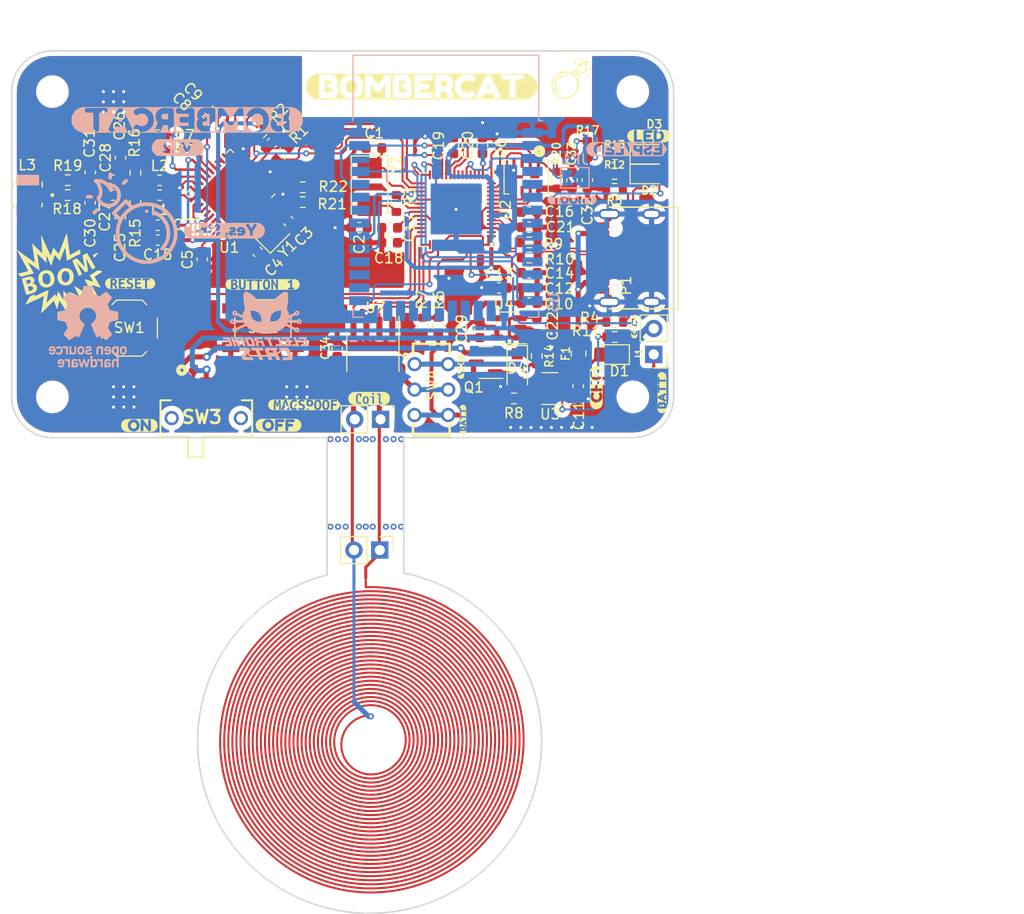
<source format=kicad_pcb>
(kicad_pcb (version 20241229) (generator "pcbnew") (generator_version "9.0")
  (title_block (title "BomberCat") (date "2022-07-11") (rev "v1.0") (company "Electronic Cats") (comment 1 "Eduardo Contreras"))
  (layers (0 "F.Cu" signal "Top") (2 "B.Cu" signal "Bottom") (13 "F.Paste" user) (15 "B.Paste" user) (5 "F.SilkS" user "F.Silkscreen") (7 "B.SilkS" user "B.Silkscreen") (1 "F.Mask" user) (3 "B.Mask" user) (25 "Edge.Cuts" user))
  (net 0 "")
  (net 1 "Net-(U2-XIN)")
  (net 2 "GND")
  (net 3 "Net-(C2-Pad1)")
  (net 4 "Net-(U1-NFC_CLK_XTAL2)")
  (net 5 "Net-(U1-NFC_CLK_XTAL1)")
  (net 6 "Net-(U1-VDD)")
  (net 7 "+3V3")
  (net 8 "Net-(U1-VDD(MID))")
  (net 9 "Net-(U1-VDD(TX))")
  (net 10 "+BATT")
  (net 11 "+1V2")
  (net 12 "Net-(SW3-B)")
  (net 13 "Net-(C23-Pad1)")
  (net 14 "/RXP")
  (net 15 "Net-(C24-Pad1)")
  (net 16 "/RXN")
  (net 17 "Net-(C25-Pad1)")
  (net 18 "Net-(C26-Pad2)")
  (net 19 "Net-(C27-Pad1)")
  (net 20 "Net-(C28-Pad1)")
  (net 21 "Net-(SW4A-B)")
  (net 22 "VBUS")
  (net 23 "Net-(D1-K)")
  (net 24 "/ESP_LED")
  (net 25 "Net-(D2-K)")
  (net 26 "/LED1")
  (net 27 "Net-(D3-K)")
  (net 28 "Net-(F1-Pad1)")
  (net 29 "/SWDIO")
  (net 30 "/RST")
  (net 31 "/SWCLK")
  (net 32 "/OUTA")
  (net 33 "/OUTB")
  (net 34 "/TX1")
  (net 35 "/TX2")
  (net 36 "Net-(L3-Pad1)")
  (net 37 "Net-(L3-Pad2)")
  (net 38 "Net-(D4-K)")
  (net 39 "/D-")
  (net 40 "/D+")
  (net 41 "Net-(P1-VCONN)")
  (net 42 "Net-(P1-CC)")
  (net 43 "/RD+")
  (net 44 "/RD-")
  (net 45 "/ESP_RESET")
  (net 46 "/QSPI_CS")
  (net 47 "/GPIO1")
  (net 48 "/ADR0")
  (net 49 "/ADR1")
  (net 50 "/SDA")
  (net 51 "/SCL")
  (net 52 "/IRQ")
  (net 53 "/VEN")
  (net 54 "/CLK")
  (net 55 "Net-(U2-XOUT)")
  (net 56 "Net-(U3-PROG)")
  (net 57 "Net-(U3-STAT)")
  (net 63 "/ACK_CTS")
  (net 67 "/COPI_RTS")
  (net 77 "/ESP_GPIO0")
  (net 81 "/CS_RX")
  (net 82 "/SCK")
  (net 86 "/CIPO_TX")
  (net 88 "/QSPI_DATA1")
  (net 89 "/QSPI_DATA2")
  (net 90 "/QSPI_DATA0")
  (net 91 "/QSPI_SCK")
  (net 92 "/QSPI_DATA3")
  (net 95 "/IN_A")
  (net 96 "/IN_B")
  (net 110 "/B_ADC")
  (footprint "Crystal:Crystal_SMD_2016-4Pin_2.0x1.6mm" (layer "F.Cu") (at 117.533883 154.113934 45)
    (property "Reference" "Y1")
    (property "Value" "27.12Mhz")
  )
  (footprint "Resistor_SMD:R_0603_1608Metric" (layer "F.Cu") (at 116.52 144.01 -135)
    (property "Reference" "R2")
    (property "Value" "10K")
  )
  (footprint "Capacitor_SMD:C_0603_1608Metric" (layer "F.Cu") (at 126.136716 153.371618 180)
    (property "Reference" "C2")
    (property "Value" "27pF")
  )
  (footprint "Resistor_SMD:R_0603_1608Metric" (layer "F.Cu") (at 142.821716 156.30495 180)
    (property "Reference" "R10")
    (property "Value" "27")
  )
  (footprint "Resistor_SMD:R_0603_1608Metric" (layer "F.Cu") (at 143.559216 165.979118 90)
    (property "Reference" "R14")
    (property "Value" "100K")
  )
  (footprint "Capacitor_SMD:C_0603_1608Metric" (layer "F.Cu") (at 111.46 141.86 135)
    (property "Reference" "C9")
    (property "Value" "100nF")
  )
  (footprint "Capacitor_SMD:C_0603_1608Metric" (layer "F.Cu") (at 142.821716 159.288282)
    (property "Reference" "C12")
    (property "Value" "100nF")
  )
  (footprint "kibuzzard-67E317B3" (layer "F.Cu") (at 127.1 170.15)
    (property "Reference" "kibuzzard-67E317B3" (hide yes))
    (property "Value" "G***" (hide yes))
  )
  (footprint "Capacitor_SMD:C_0603_1608Metric" (layer "F.Cu") (at 110.421992 142.891992 135)
    (property "Reference" "C8")
    (property "Value" "1uF")
  )
  (footprint "Resistor_SMD:R_0603_1608Metric" (layer "F.Cu") (at 104.15 147.965 90)
    (property "Reference" "R16")
    (property "Value" "2k2")
  )
  (footprint "Package_TO_SOT_SMD:SOT-23-5" (layer "F.Cu") (at 144.849216 169.179118 180)
    (property "Reference" "U3")
    (property "Value" "MCP73831-3-OT")
  )
  (footprint "Capacitor_SMD:C_0603_1608Metric" (layer "F.Cu") (at 106.36 145.735)
    (property "Reference" "C24")
    (property "Value" "1nF/16V")
  )
  (footprint "Capacitor_SMD:C_0603_1608Metric" (layer "F.Cu") (at 142.821716 157.796616)
    (property "Reference" "C14")
    (property "Value" "1uF")
  )
  (footprint "Package_TO_SOT_SMD:SOT-23-5" (layer "F.Cu") (at 140.781716 163.219118 180)
    (property "Reference" "U4")
    (property "Value" "AP2112K-3.3")
  )
  (footprint "Fuse:Fuse_0805_2012Metric" (layer "F.Cu") (at 147.67 165.74 -90)
    (property "Reference" "F1")
    (property "Value" "0.5A")
  )
  (footprint "kibuzzard-62CC57AB" (layer "F.Cu") (at 120.75 170.78)
    (property "Reference" "kibuzzard-62CC57AB" (hide yes))
    (property "Value" "G***" (hide yes))
  )
  (footprint "LED_SMD:LED_0805_2012Metric_Pad1.15x1.40mm_HandSolder" (layer "F.Cu") (at 154.58 148.09)
    (property "Reference" "D2")
    (property "Value" "LED")
  )
  (footprint "BomberCat:Coil_30t_30mm_0.2_0.2_0.6_0.3" (layer "F.Cu") (at 127.27 203.889001 90)
    (property "Reference" "L4" (hide yes))
    (property "Value" "30t_30mm")
  )
  (footprint "kibuzzard-62E1B296" (layer "F.Cu") (at 136.32 172.22 90)
    (property "Reference" "kibuzzard-62E1B296" (hide yes))
    (property "Value" "G***" (hide yes))
  )
  (footprint "Capacitor_SMD:C_0603_1608Metric" (layer "F.Cu") (at 139.85 159.29 180)
    (property "Reference" "C13")
    (property "Value" "100nF")
  )
  (footprint "Capacitor_SMD:C_0603_1608Metric" (layer "F.Cu") (at 119.17 152.73 -45)
    (property "Reference" "C3")
    (property "Value" "10pF")
  )
  (footprint "Inductor_SMD:L_0603_1608Metric_Pad1.05x0.95mm_HandSolder" (layer "F.Cu") (at 106.53 148.715)
    (property "Reference" "L2")
    (property "Value" "160nH")
  )
  (footprint "Resistor_SMD:R_0603_1608Metric" (layer "F.Cu") (at 118.6 146.09 -135)
    (property "Reference" "R1")
    (property "Value" "10K")
  )
  (footprint "Capacitor_SMD:C_0603_1608Metric" (layer "F.Cu") (at 106.365 144.275 180)
    (property "Reference" "C7")
    (property "Value" "100nF")
  )
  (footprint "Capacitor_SMD:C_0603_1608Metric" (layer "F.Cu") (at 137.969216 163.399118 -90)
    (property "Reference" "C29")
    (property "Value" "10uF")
  )
  (footprint "Resistor_SMD:R_0603_1608Metric" (layer "F.Cu") (at 151.245 146.15 180)
    (property "Reference" "R13")
    (property "Value" "1K")
  )
  (footprint "MountingHole:MountingHole_2.2mm_M2" (layer "F.Cu") (at 153 140)
    (property "Reference" "H4" (hide yes))
    (property "Value" "MountingHole")
  )
  (footprint "Resistor_SMD:R_0603_1608Metric" (layer "F.Cu") (at 151.2 148.09 180)
    (property "Reference" "R12")
    (property "Value" "1K")
  )
  (footprint "Capacitor_SMD:C_0603_1608Metric" (layer "F.Cu") (at 110.71 156.47 -90)
    (property "Reference" "C5")
    (property "Value" "1uF")
  )
  (footprint "Capacitor_SMD:C_0603_1608Metric" (layer "F.Cu") (at 142.821716 160.779948)
    (property "Reference" "C10")
    (property "Value" "1uF")
  )
  (footprint "kibuzzard-62E1B24A" (layer "F.Cu") (at 104.54 172.8)
    (property "Reference" "kibuzzard-62E1B24A" (hide yes))
    (property "Value" "G***" (hide yes))
  )
  (footprint "Package_TO_SOT_SMD:SOT-23" (layer "F.Cu") (at 138.559216 166.619118 180)
    (property "Reference" "Q1")
    (property "Value" "DMG3415U-7")
  )
  (footprint "Resistor_SMD:R_0603_1608Metric" (layer "F.Cu") (at 145.55 148.705 90)
    (property "Reference" "R20")
    (property "Value" "10K")
  )
  (footprint "kibuzzard-62CC5774" (layer "F.Cu") (at 103.63 158.86)
    (property "Reference" "kibuzzard-62CC5774" (hide yes))
    (property "Value" "G***" (hide yes))
  )
  (footprint "Connector_PinHeader_2.54mm:PinHeader_1x02_P2.54mm_Vertical" (layer "F.Cu") (at 128.15 185.05 -90)
    (property "Reference" "J4" (hide yes))
    (property "Value" "MAGSPOOF" (hide yes))
  )
  (footprint "Capacitor_SMD:C_0603_1608Metric" (layer "F.Cu") (at 123.96 165.245 90)
    (property "Reference" "C34")
    (property "Value" "10uf")
  )
  (footprint "Capacitor_SMD:C_0603_1608Metric" (layer "F.Cu") (at 102.685 146.495 -90)
    (property "Reference" "C26")
    (property "Value" "680pF")
  )
  (footprint "Capacitor_SMD:C_0603_1608Metric" (layer "F.Cu") (at 138.23 145.305 90)
    (property "Reference" "C20")
    (property "Value" "100nF")
  )
  (footprint "Resistor_SMD:R_0603_1608Metric" (layer "F.Cu") (at 129.776716 150.996618 90)
    (property "Reference" "R3")
    (property "Value" "1K")
  )
  (footprint "Capacitor_SMD:C_0603_1608Metric" (layer "F.Cu") (at 106.34 153.13)
    (property "Reference" "C23")
    (property "Value" "1nF/16V")
  )
  (footprint "Capacitor_SMD:C_0603_1608Metric" (layer "F.Cu") (at 99.72 147.95 -90)
    (property "Reference" "C31")
    (property "Value" "120pF")
  )
  (footprint "Resistor_SMD:R_0603_1608Metric" (layer "F.Cu") (at 132.39 163.035 -90)
    (property "Reference" "R7")
    (property "Value" "100K")
  )
  (footprint "Inductor_SMD:L_0603_1608Metric_Pad1.05x0.95mm_HandSolder" (layer "F.Cu") (at 106.525 150.175 180)
    (property "Reference" "L1")
    (property "Value" "160nH")
  )
  (footprint "Capacitor_SMD:C_0603_1608Metric" (layer "F.Cu") (at 142.821716 151.829952)
    (property "Reference" "C16")
    (property "Value" "100nF")
  )
  (footprint "Capacitor_SMD:C_0603_1608Metric" (layer "F.Cu") (at 142.821716 153.321618)
    (property "Reference" "C21")
    (property "Value" "100nF")
  )
  (footprint "Capacitor_SMD:C_0603_1608Metric" (layer "F.Cu") (at 147.02 148.705 90)
    (property "Reference" "C33")
    (property "Value" "100nF")
  )
  (footprint "kibuzzard-62EEB113" (layer "F.Cu") (at 155.85 169.58 90)
    (property "Reference" "kibuzzard-62EEB113" (hide yes))
    (property "Value" "G***" (hide yes))
  )
  (footprint "Resistor_SMD:R_0603_1608Metric" (layer "F.Cu") (at 148.53 145.68 90)
    (property "Reference" "R17")
    (property "Value" "10K")
  )
  (footprint "Resistor_SMD:R_0603_1608Metric" (layer "F.Cu") (at 133.89 163.04 90)
    (property "Reference" "R6")
    (property "Value" "100K")
  )
  (footprint "kibuzzard-62CC5B78" (layer "F.Cu") (at 132.25 139.51)
    (property "Reference" "kibuzzard-62CC5B78" (hide yes))
    (property "Value" "G***" (hide yes))
  )
  (footprint "Capacitor_SMD:C_0603_1608Metric" (layer "F.Cu") (at 143.569216 162.994118 -90)
    (property "Reference" "C22")
    (property "Value" "10uF")
  )
  (footprint "Resistor_SMD:R_0603_1608Metric" (layer "F.Cu") (at 97.5 150.17)
    (property "Reference" "R18")
    (property "Value" "3.24R")
  )
  (footprint "Resistor_SMD:R_0603_1608Metric" (layer "F.Cu") (at 151.215 162.64)
    (property "Reference" "R4")
    (property "Value" "5k1")
  )
  (footprint "Resistor_SMD:R_0603_1608Metric" (layer "F.Cu") (at 120.58 149.4)
    (property "Reference" "R22")
    (property "Value" "100K")
  )
  (footprint "Capacitor_SMD:C_0603_1608Metric" (layer "F.Cu") (at 135.37 145.315 90)
    (property "Reference" "C19")
    (property "Value" "100nF")
  )
  (footprint "Resistor_SMD:R_0603_1608Metric" (layer "F.Cu") (at 120.58 150.86)
    (property "Reference" "R21")
    (property "Value" "100K")
  )
  (footprint "Connector_PinHeader_2.54mm:PinHeader_1x02_P2.54mm_Vertical" (layer "F.Cu") (at 155.05 165.82 180)
    (property "Reference" "J1")
    (property "Value" "Battery")
  )
  (footprint "LED_SMD:LED_0805_2012Metric_Pad1.15x1.40mm_HandSolder" (layer "F.Cu") (at 150.795 165.84 180)
    (property "Reference" "D1")
    (property "Value" "LED")
  )
  (footprint "Capacitor_SMD:C_0603_1608Metric" (layer "F.Cu") (at 102.67 152.385 -90)
    (property "Reference" "C25")
    (property "Value" "680pF")
  )
  (footprint "Package_DFN_QFN:QFN-40-1EP_6x6mm_P0.5mm_EP4.6x4.6mm" (layer "F.Cu") (at 113.46 150.06 -135)
    (property "Reference" "U1")
    (property "Value" "PN7150B0HN_C11002E-PN7150B0HN_C11002E")
  )
  (footprint "MountingHole:MountingHole_2.2mm_M2" (layer "F.Cu") (at 96 140)
    (property "Reference" "H1" (hide yes))
    (property "Value" "MountingHole")
  )
  (footprint "Capacitor_SMD:C_0603_1608Metric" (layer "F.Cu") (at 148.53 148.69 -90)
    (property "Reference" "C32")
    (property "Value" "100nF")
  )
  (footprint "Capacitor_SMD:C_0603_1608Metric" (layer "F.Cu") (at 147.629216 168.954118 -90)
    (property "Reference" "C11")
    (property "Value" "10uF")
  )
  (footprint "Connector_PinHeader_2.54mm:PinHeader_1x02_P2.54mm_Vertical" (layer "F.Cu") (at 128.225 172.2 -90)
    (property "Reference" "J3" (hide yes))
    (property "Value" "MAGSPOOF" (hide yes))
  )
  (footprint "MountingHole:MountingHole_2.2mm_M2" (layer "F.Cu") (at 153 170)
    (property "Reference" "H3" (hide yes))
    (property "Value" "MountingHole")
  )
  (footprint "Capacitor_SMD:C_0603_1608Metric" (layer "F.Cu") (at 101.935 148.705)
    (property "Reference" "C28")
    (property "Value" "100pF/50V")
  )
  (footprint "Crystal:Crystal_SMD_5032-2Pin_5.0x3.2mm" (layer "F.Cu") (at 127.146716 149.371618 -90)
    (property "Reference" "Y2")
    (property "Value" "12Mhz")
  )
  (footprint "MountingHole:MountingHole_2.2mm_M2" (layer "F.Cu") (at 96 170)
    (property "Reference" "H2" (hide yes))
    (property "Value" "MountingHole")
  )
  (footprint "Capacitor_SMD:C_0603_1608Metric" (layer "F.Cu") (at 117.561992 145.048008 45)
    (property "Reference" "C6")
    (property "Value" "1uF")
  )
  (footprint "Connectors:MOLEX_1661" (layer "F.Cu") (at 93.59 150.17 90)
    (property "Reference" "L3")
    (property "Value" "L")
  )
  (footprint "Resistor_SMD:R_0603_1608Metric" (layer "F.Cu") (at 104.14 150.925 90)
    (property "Reference" "R15")
    (property "Value" "2k2")
  )
  (footprint "Capacitor_SMD:C_0603_1608Metric" (layer "F.Cu") (at 106.345 154.59 180)
    (property "Reference" "C15")
    (property "Value" "100nF")
  )
  (footprint "Resistor_SMD:R_0603_1608Metric" (layer "F.Cu") (at 141.319216 170.149118 180)
    (property "Reference" "R8")
    (property "Value" "5.1K")
  )
  (footprint "BomberCat:JS202011CQN" (layer "F.Cu") (at 133.21 169.28 -90)
    (property "Reference" "SW4")
    (property "Value" "SOURCE MAG" (hide yes))
  )
  (footprint "Capacitor_SMD:C_0603_1608Metric" (layer "F.Cu") (at 127.571716 145.541618 180)
    (property "Reference" "C1")
    (property "Value" "27pF")
  )
  (footprint "Capacitor_SMD:C_0603_1608Metric" (layer "F.Cu") (at 99.71 150.92 -90)
    (property "Reference" "C30")
    (property "Value" "120pF")
  )
  (footprint "BomberCat:JS102011SAQN" (layer "F.Cu") (at 111.11 170.332075)
    (property "Reference" "SW3")
    (property "Value" "ON" (hide yes))
  )
  (footprint "LOGO" (layer "F.Cu") (at 96.81 157.75)
    (property "Reference" "G***")
    (property "Value" "LOGO" (hide yes))
  )
  (footprint "Capacitor_SMD:C_0603_1608Metric" (layer "F.Cu") (at 129.116716 153.381618 180)
    (property "Reference" "C17")
    (property "Value" "100nF")
  )
  (footprint "Button_Switch_SMD:SW_SPST_TL3342" (layer "F.Cu") (at 116.67 163.2 180)
    (property "Reference" "SW2")
    (property "Value" "GPIO")
  )
  (footprint "LOGO" (layer "F.Cu") (at 147.01 138.7)
    (property "Reference" "G***")
    (property "Value" "LOGO" (hide yes))
  )
  (footprint "kibuzzard-62E1B288" (layer "F.Cu") (at 136.12 167.07 90)
    (property "Reference" "kibuzzard-62E1B288" (hide yes))
    (property "Value" "G***" (hide yes))
  )
  (footprint "Button_Switch_SMD:SW_SPST_TL3342" (layer "F.Cu") (at 103.55 163.24 180)
    (property "Reference" "SW1")
    (property "Value" "RESET")
  )
  (footprint "Resistor_SMD:R_0603_1608Metric" (layer "F.Cu") (at 151.195 149.56)
    (property "Reference" "R5")
    (property "Value" "5k1")
  )
  (footprint "BomberCat:RP2040-QFN-56" (layer "F.Cu") (at 135.671716 151.611618 -90)
    (property "Reference" "U2")
    (property "Value" "RP2040")
  )
  (footprint "Diode_SMD:D_SOD-123F" (layer "F.Cu") (at 141.649216 167.159118 -90)
    (property "Reference" "D4")
    (property "Value" "MBR120")
  )
  (footprint "kibuzzard-62E41048" (layer "F.Cu") (at 153.14 163.1 90)
    (property "Reference" "kibuzzard-62E41048" (hide yes))
    (property "Value" "G***" (hide yes))
  )
  (footprint "Resistor_SMD:R_0603_1608Metric" (layer "F.Cu") (at 151.215 164.11)
    (property "Reference" "R11")
    (property "Value" "1K")
  )
  (footprint "Capacitor_SMD:C_0603_1608Metric" (layer "F.Cu") (at 129.111716 154.851618 180)
    (property "Reference" "C18")
    (property "Value" "100nF")
  )
  (footprint "kibuzzard-62CC5892" (layer "F.Cu") (at 149.41 169.04 90)
    (property "Reference" "kibuzzard-62CC5892" (hide yes))
    (property "Value" "G***" (hide yes))
  )
  (footprint "Connectors:C393939" (layer "F.Cu") (at 150.681716 156.349118 90)
    (property "Reference" "P1")
    (property "Value" "USB_C_Plug_USB2.0")
  )
  (footprint "LED_SMD:LED_0805_2012Metric_Pad1.15x1.40mm_HandSolder" (layer "F.Cu") (at 154.585 146.16)
    (property "Reference" "D3")
    (property "Value" "LED")
  )
  (footprint "Resistor_SMD:R_0603_1608Metric" (layer "F.Cu") (at 142.821716 154.813284 180)
    (property "Reference" "R9")
    (property "Value" "27")
  )
  (footprint "Capacitor_SMD:C_0603_1608Metric" (layer "F.Cu") (at 116.14 155.75 135)
    (property "Reference" "C4")
    (property "Value" "10pF")
  )
  (footprint "kibuzzard-62CC9A49" (layer "F.Cu") (at 154.58 144.36)
    (property "Reference" "kibuzzard-62CC9A49" (hide yes))
    (property "Value" "G***" (hide yes))
  )
  (footprint "kibuzzard-62CC5787" (layer "F.Cu") (at 116.64 158.95)
    (property "Reference" "kibuzzard-62CC5787" (hide yes))
    (property "Value" "G***" (hide yes))
  )
  (footprint "Capacitor_SMD:C_0603_1608Metric" (layer "F.Cu") (at 101.925 150.17)
    (property "Reference" "C27")
    (property "Value" "100pF/50V")
  )
  (footprint "BomberCat:W25Q16JVUUIQ" (layer "F.Cu") (at 142.521716 148.38 -90)
    (property "Reference" "U6")
    (property "Value" "W25Q16JV")
  )
  (footprint "Resistor_SMD:R_0603_1608Metric" (layer "F.Cu") (at 97.5 148.7)
    (property "Reference" "R19")
    (property "Value" "3.24R")
  )
  (footprint "kibuzzard-62E1B2BF" (layer "F.Cu") (at 118.2 172.78)
    (property "Reference" "kibuzzard-62E1B2BF" (hide yes))
    (property "Value" "G***" (hide yes))
  )
  (footprint "Package_SO:SOIC-8_3.9x4.9mm_P1.27mm" (layer "F.Cu") (at 127.47 165.55 -90)
    (property "Reference" "U7")
    (property "Value" "TC4424")
  )
  (footprint "Aesthetics:electronic_cats_logo_8x6" (layer "B.Cu") (at 116.96 163.03 180)
    (property "Reference" "G***" (hide yes))
    (property "Value" "LOGO" (hide yes))
  )
  (footprint "RF_Module:ESP32-WROOM-32" (layer "B.Cu") (at 134.64 152.29 180)
    (property "Reference" "U5")
    (property "Value" "ESP32-WROOM-32D")
  )
  (footprint "kibuzzard-62CC595D" (layer "B.Cu") (at 152.4 145.66 180)
    (property "Reference" "kibuzzard-62CC595D" (hide yes))
    (property "Value" "G***" (hide yes))
  )
  (footprint "Symbol:OSHW-Logo_7.5x8mm_SilkScreen" (layer "B.Cu") (at 99.48 163.09 180)
    (property "Reference" "REF**" (hide yes))
    (property "Value" "OSHW-Logo_7.5x8mm_SilkScreen" (hide yes))
  )
  (footprint "kibuzzard-62CC5B78" (layer "B.Cu") (at 109.23 142.78 180)
    (property "Reference" "kibuzzard-62CC5B78" (hide yes))
    (property "Value" "G***" (hide yes))
  )
  (footprint "LOGO" (layer "B.Cu") (at 103.78 152.42 180)
    (property "Reference" "G***")
    (property "Value" "LOGO" (hide yes))
  )
  (footprint "kibuzzard-62EEB073" (layer "B.Cu") (at 147.03 150.62 180)
    (property "Reference" "kibuzzard-62EEB073" (hide yes))
    (property "Value" "G***" (hide yes))
  )
  (footprint "kibuzzard-62CC5BEF" (layer "B.Cu") (at 112.87 153.67 180)
    (property "Reference" "kibuzzard-62CC5BEF" (hide yes))
    (property "Value" "G***" (hide yes))
  )
  (footprint "Jumper:SolderJumper-2_P1.3mm_Open_TrianglePad1.0x1.5mm" (layer "B.Cu") (at 147.29 148.47 180)
    (property "Reference" "JP1")
    (property "Value" "BOOT")
  )
  (footprint "kibuzzard-64382690" (layer "B.Cu") (at 108.31 145.5 180)
    (property "Reference" "kibuzzard-64382690" (hide yes))
    (property "Value" "G***" (hide yes))
  )
  (gr_line (start 92 140) (end 92 170) (stroke (width 0.15)) (layer "Edge.Cuts"))
  (gr_arc (start 153 136) (mid 155.828427 137.171573) (end 157 140) (stroke (width 0.15)) (layer "Edge.Cuts"))
  (gr_arc (start 130.5 187.300001) (mid 127.575722 220.734237) (end 122.97 187.489886) (stroke (width 0.15)) (layer "Edge.Cuts"))
  (gr_line (start 96 174) (end 122.97 174) (stroke (width 0.15)) (layer "Edge.Cuts"))
  (gr_line (start 153 136) (end 96 136) (stroke (width 0.15)) (layer "Edge.Cuts"))
  (gr_line (start 122.97 174) (end 122.97 187.489) (stroke (width 0.15)) (layer "Edge.Cuts"))
  (gr_line (start 130.5 174) (end 153 174) (stroke (width 0.15)) (layer "Edge.Cuts"))
  (gr_line (start 130.5 174) (end 130.5 187.3) (stroke (width 0.15)) (layer "Edge.Cuts"))
  (gr_line (start 157 170) (end 157 140) (stroke (width 0.15)) (layer "Edge.Cuts"))
  (gr_arc (start 92 140) (mid 93.171573 137.171573) (end 96 136) (stroke (width 0.15)) (layer "Edge.Cuts"))
  (gr_arc (start 157 170) (mid 155.828427 172.828427) (end 153 174) (stroke (width 0.15)) (layer "Edge.Cuts"))
  (gr_arc (start 96 174) (mid 93.171573 172.828427) (end 92 170) (stroke (width 0.15)) (layer "Edge.Cuts"))
  (via (at 127.45 174.15) (size 0.6) (drill 0.3) (layers "F.Cu" "B.Cu") (net 0))
  (via (at 123.3 182.75) (size 0.6) (drill 0.3) (layers "F.Cu" "B.Cu") (net 0))
  (via (at 129.5 182.75) (size 0.6) (drill 0.3) (layers "F.Cu" "B.Cu") (net 0))
  (via (at 123.3 174.15) (size 0.6) (drill 0.3) (layers "F.Cu" "B.Cu") (net 0))
  (via (at 126.77 174.15) (size 0.6) (drill 0.3) (layers "F.Cu" "B.Cu") (net 0))
  (via (at 124.8 182.75) (size 0.6) (drill 0.3) (layers "F.Cu" "B.Cu") (net 0))
  (via (at 127.45 182.75) (size 0.6) (drill 0.3) (layers "F.Cu" "B.Cu") (net 0))
  (via (at 126.77 182.75) (size 0.6) (drill 0.3) (layers "F.Cu" "B.Cu") (net 0))
  (via (at 130.25 174.15) (size 0.6) (drill 0.3) (layers "F.Cu" "B.Cu") (net 0))
  (via (at 126.1 174.15) (size 0.6) (drill 0.3) (layers "F.Cu" "B.Cu") (net 0))
  (via (at 124.8 174.15) (size 0.6) (drill 0.3) (layers "F.Cu" "B.Cu") (net 0))
  (via (at 126.1 182.75) (size 0.6) (drill 0.3) (layers "F.Cu" "B.Cu") (net 0))
  (via (at 129.5 174.15) (size 0.6) (drill 0.3) (layers "F.Cu" "B.Cu") (net 0))
  (via (at 130.25 182.75) (size 0.6) (drill 0.3) (layers "F.Cu" "B.Cu") (net 0))
  (via (at 128.75 174.15) (size 0.6) (drill 0.3) (layers "F.Cu" "B.Cu") (net 0))
  (via (at 124.05 174.15) (size 0.6) (drill 0.3) (layers "F.Cu" "B.Cu") (net 0))
  (via (at 124.05 182.75) (size 0.6) (drill 0.3) (layers "F.Cu" "B.Cu") (net 0))
  (via (at 128.75 182.75) (size 0.6) (drill 0.3) (layers "F.Cu" "B.Cu") (net 0))
  (segment (start 132.234216 151.011618) (end 131.171716 151.011618) (width 0.2) (layer "F.Cu") (net 1))
  (segment (start 127.146716 147.363284) (end 128.346716 146.163284) (width 0.2) (layer "F.Cu") (net 1))
  (segment (start 130.621716 150.31954) (end 130.620499 150.318323) (width 0.2) (layer "F.Cu") (net 1))
  (segment (start 130.620499 150.318323) (end 130.620499 149.595401) (width 0.2) (layer "F.Cu") (net 1))
  (segment (start 128.546716 147.521618) (end 127.146716 147.521618) (width 0.2) (layer "F.Cu") (net 1))
  (segment (start 128.346716 146.163284) (end 128.346716 145.541618) (width 0.2) (layer "F.Cu") (net 1))
  (segment (start 129.342451 149.252451) (end 128.907549 148.817549) (width 0.2) (layer "F.Cu") (net 1))
  (segment (start 127.146716 147.521618) (end 127.146716 147.363284) (width 0.2) (layer "F.Cu") (net 1))
  (segment (start 130.277549 149.252451) (end 129.342451 149.252451) (width 0.2) (layer "F.Cu") (net 1))
  (segment (start 128.907549 148.817549) (end 128.907549 147.882451) (width 0.2) (layer "F.Cu") (net 1))
  (segment (start 128.907549 147.882451) (end 128.546716 147.521618) (width 0.2) (layer "F.Cu") (net 1))
  (segment (start 130.621716 150.461618) (end 130.621716 150.31954) (width 0.2) (layer "F.Cu") (net 1))
  (segment (start 130.620499 149.595401) (end 130.277549 149.252451) (width 0.2) (layer "F.Cu") (net 1))
  (segment (start 131.171716 151.011618) (end 130.621716 150.461618) (width 0.2) (layer "F.Cu") (net 1))
  (segment (start 148.849118 153.149118) (end 148.09 152.39) (width 0.5) (layer "F.Cu") (net 2))
  (segment (start 138.23 143.06) (end 138.24 143.05) (width 0.2) (layer "F.Cu") (net 2))
  (segment (start 117.98 149.26) (end 118.63 149.91) (width 0.2) (layer "F.Cu") (net 2))
  (segment (start 126.835 161.775) (end 126.83 161.77) (width 0.4) (layer "F.Cu") (net 2))
  (segment (start 143.596716 160.779948) (end 144.979948 160.779948) (width 0.2) (layer "F.Cu") (net 2))
  (segment (start 140.494216 170.149118) (end 140.494216 169.474216) (width 0.2) (layer "F.Cu") (net 2))
  (segment (start 123.761618 153.371618) (end 123.76 153.37) (width 0.6) (layer "F.Cu") (net 2))
  (segment (start 138.23 144.53) (end 139.28 144.53) (width 0.2) (layer "F.Cu") (net 2))
  (segment (start 138.854216 168.989118) (end 138.849216 168.994118) (width 0.2) (layer "F.Cu") (net 2))
  (segment (start 125.361716 153.371618) (end 123.761618 153.371618) (width 0.6) (layer "F.Cu") (net 2))
  (segment (start 145.986716 169.179118) (end 147.079216 169.179118) (width 0.3) (layer "F.Cu") (net 2))
  (segment (start 147.02 147.93) (end 147.02 146.581796) (width 0.2) (layer "F.Cu") (net 2))
  (segment (start 110.145437 149.220311) (end 109.745126 148.82) (width 0.2) (layer "F.Cu") (net 2))
  (segment (start 148.149118 169.729118) (end 148.61 170.19) (width 0.3) (layer "F.Cu") (net 2))
  (segment (start 113.46 147.585126) (end 113.46 150.06) (width 0.2) (layer "F.Cu") (net 2))
  (segment (start 134.671716 150.611618) (end 135.635049 151.574951) (width 0.2) (layer "F.Cu") (net 2))
  (segment (start 135.234118 164.174118) (end 135.22 164.16) (width 0.6) (layer "F.Cu") (net 2))
  (segment (start 148.53 149.465) (end 148.53 151.29) (width 0.4) (layer "F.Cu") (net 2))
  (segment (start 135.37 144.54) (end 135.22 144.39) (width 0.2) (layer "F.Cu") (net 2))
  (segment (start 150.37 149.56) (end 150.37 148.095) (width 0.4) (layer "F.Cu") (net 2))
  (segment (start 148.53 149.465) (end 150.275 149.465) (width 0.4) (layer "F.Cu") (net 2))
  (segment (start 114.52066 150.06) (end 113.46 150.06) (width 0.3) (layer "F.Cu") (net 2))
  (segment (start 115.934874 150.06) (end 113.46 150.06) (width 0.2) (layer "F.Cu") (net 2))
  (segment (start 116.067456 148.513204) (end 116.697606 147.883054) (width 0.2) (layer "F.Cu") (net 2))
  (segment (start 147.629216 169.729118) (end 148.149118 169.729118) (width 0.3) (layer "F.Cu") (net 2))
  (segment (start 150.375 148.09) (end 150.375 146.195) (width 0.4) (layer "F.Cu") (net 2))
  (segment (start 149.856716 153.149118) (end 148.849118 153.149118) (width 0.5) (layer "F.Cu") (net 2))
  (segment (start 124.084 164.47) (end 124.714 165.1) (width 0.4) (layer "F.Cu") (net 2))
  (segment (start 144.979948 160.779948) (end 145 160.8) (width 0.2) (layer "F.Cu") (net 2))
  (segment (start 128.341716 154.846618) (end 128.336716 154.851618) (width 0.2) (layer "F.Cu") (net 2))
  (segment (start 148.76 160.1) (end 148.76 161.06) (width 0.5) (layer "F.Cu") (net 2))
  (segment (start 118.11 144.5) (end 118.11 144.48) (width 0.2) (layer "F.Cu") (net 2))
  (segment (start 140.494216 169.474216) (end 140.01 168.99) (width 0.2) (layer "F.Cu") (net 2))
  (segment (start 139.749216 168.989118) (end 138.854216 168.989118) (width 0.2) (layer "F.Cu") (net 2))
  (segment (start 141.919216 163.219118) (end 143.019216 163.219118) (width 0.3) (layer "F.Cu") (net 2))
  (segment (start 110.145437 149.220311) (end 110.985126 150.06) (width 0.2) (layer "F.Cu") (net 2))
  (segment (start 114.74 146.305126) (end 114.74 145.62) (width 0.2) (layer "F.Cu") (net 2))
  (segment (start 135.671716 151.611618) (end 135.635049 151.574951) (width 0.2) (layer "F.Cu") (net 2))
  (segment (start 137.969216 164.174118) (end 135.234118 164.174118) (width 0.6) (layer "F.Cu") (net 2))
  (segment (start 149.856716 159.549118) (end 149.310882 159.549118) (width 0.5) (layer "F.Cu") (net 2))
  (segment (start 132.234216 150.611618) (end 134.671716 150.611618) (width 0.2) (layer "F.Cu") (net 2))
  (segment (start 117.640162 148.920162) (end 117.98 149.26) (width 0.2) (layer "F.Cu") (net 2))
  (segment (start 110.985126 150.06) (end 113.46 150.06) (width 0.2) (layer "F.Cu") (net 2))
  (segment (start 138.23 144.53) (end 138.23 143.06) (width 0.2) (layer "F.Cu") (net 2))
  (segment (start 109.08 148.82) (end 108.5 149.4) (width 0.2) (layer "F.Cu") (net 2))
  (segment (start 140.494216 170.149118) (end 140.494216 169.734118) (width 0.2) (layer "F.Cu") (net 2))
  (segment (start 124.714 165.1) (end 126.238 165.1) (width 0.4) (layer "F.Cu") (net 2))
  (segment (start 143.019216 163.219118) (end 143.569216 163.769118) (width 0.3) (layer "F.Cu") (net 2))
  (segment (start 116.774563 149.220311) (end 115.934874 150.06) (width 0.2) (layer "F.Cu") (net 2))
  (segment (start 116.697606 147.883054) (end 117.375912 147.883054) (width 0.2) (layer "F.Cu") (net 2))
  (segment (start 126.835 163.075) (end 126.835 161.775) (width 0.4) (layer "F.Cu") (net 2))
  (segment (start 143.559216 165.154118) (end 143.559216 163.779118) (width 0.3) (layer "F.Cu") (net 2))
  (segment (start 150.37 148.095) (end 150.375 148.09) (width 0.4) (layer "F.Cu") (net 2))
  (segment (start 143.569216 163.769118) (end 144.979118 163.769118) (width 0.3) (layer "F.Cu") (net 2))
  (segment (start 109.745126 148.82) (end 109.08 148.82) (width 0.2) (layer "F.Cu") (net 2))
  (segment (start 118.11 144.48) (end 118.7 143.89) (width 0.2) (layer "F.Cu") (net 2))
  (segment (start 150.275 149.465) (end 150.37 149.56) (width 0.4) (layer "F.Cu") (net 2))
  (segment (start 150.375 146.195) (end 150.42 146.15) (width 0.4) (layer "F.Cu") (net 2))
  (segment (start 135.22 144.39) (end 132.58 144.39) (width 0.2) (layer "F.Cu") (net 2))
  (segment (start 143.559216 165.154118) (end 144.944118 165.154118) (width 0.3) (layer "F.Cu") (net 2))
  (segment (start 114.299689 146.745437) (end 114.74 146.305126) (width 0.2) (layer "F.Cu") (net 2))
  (segment (start 111.913204 152.667456) (end 111.34 153.24066) (width 0.2) (layer "F.Cu") (net 2))
  (segment (start 139.28 144.53) (end 139.66 144.15) (width 0.2) (layer "F.Cu") (net 2))
  (segment (start 128.341716 153.381618) (end 128.341716 154.846618) (width 0.2) (layer "F.Cu") (net 2))
  (segment (start 147.079216 169.179118) (end 147.629216 169.729118) (width 0.3) (layer "F.Cu") (net 2))
  (segment (start 116.067456 148.513204) (end 114.52066 150.06) (width 0.3) (layer "F.Cu") (net 2))
  (segment (start 141.321566 147.697478) (end 141.289943 147.729101) (width 0.2) (layer "F.Cu") (net 2))
  (segment (start 114.299689 146.745437) (end 113.46 147.585126) (width 0.2) (layer "F.Cu") (net 2))
  (segment (start 149.310882 159.549118) (end 148.76 160.1) (width 0.5) (layer "F.Cu") (net 2))
  (segment (start 118.63 149.91) (end 118.63 150.08) (width 0.2) (layer "F.Cu") (net 2))
  (segment (start 123.96 164.47) (end 124.084 164.47) (width 0.4) (layer "F.Cu") (net 2))
  (segment (start 144.944118 165.154118) (end 145 165.21) (width 0.3) (layer "F.Cu") (net 2))
  (segment (start 108.5 149.4) (end 108.5 149.45) (width 0.2) (layer "F.Cu") (net 2))
  (segment (start 141.321566 147.0108) (end 141.321566 147.697478) (width 0.2) (layer "F.Cu") (net 2))
  (segment (start 144.979118 163.769118) (end 144.98 163.77) (width 0.3) (layer "F.Cu") (net 2))
  (segment (start 116.774563 149.220311) (end 117.074712 148.920162) (width 0.2) (layer "F.Cu") (net 2))
  (segment (start 117.074712 148.920162) (end 117.640162 148.920162) (width 0.2) (layer "F.Cu") (net 2))
  (segment (start 111.34 153.24066) (end 111.34 153.55) (width 0.2) (layer "F.Cu") (net 2))
  (segment (start 147.02 146.581796) (end 147.062296 146.5395) (width 0.2) (layer "F.Cu") (net 2))
  (segment (start 140.494216 169.734118) (end 139.749216 168.989118) (width 0.2) (layer "F.Cu") (net 2))
  (segment (start 111.913204 152.667456) (end 113.46 151.12066) (width 0.2) (layer "F.Cu") (net 2))
  (segment (start 143.559216 163.779118) (end 143.569216 163.769118) (width 0.3) (layer "F.Cu") (net 2))
  (segment (start 113.46 151.12066) (end 113.46 150.06) (width 0.2) (layer "F.Cu") (net 2))
  (via (at 119 169) (size 0.6) (drill 0.3) (layers "F.Cu" "B.Cu") (net 2))
  (via (at 138.24 143.05) (size 0.6) (drill 0.3) (layers "F.Cu" "B.Cu") (net 2))
  (via (at 123.76 153.37) (size 0.6) (drill 0.3) (layers "F.Cu" "B.Cu") (net 2))
  (via (at 120 169) (size 0.6) (drill 0.3) (layers "F.Cu" "B.Cu") (net 2))
  (via (at 101 141) (size 0.6) (drill 0.3) (layers "F.Cu" "B.Cu") (net 2))
  (via (at 120 170) (size 0.6) (drill 0.3) (layers "F.Cu" "B.Cu") (net 2))
  (via (at 126.83 161.77) (size 0.6) (drill 0.3) (layers "F.Cu" "B.Cu") (net 2))
  (via (at 145 160.8) (size 0.6) (drill 0.3) (layers "F.Cu" "B.Cu") (net 2))
  (via (at 103 170) (size 0.6) (drill 0.3) (layers "F.Cu" "B.Cu") (net 2))
  (via (at 144 173) (size 0.6) (drill 0.3) (layers "F.Cu" "B.Cu") (net 2))
  (via (at 121 170) (size 0.6) (drill 0.3) (layers "F.Cu" "B.Cu") (net 2))
  (via (at 143 173) (size 0.6) (drill 0.3) (layers "F.Cu" "B.Cu") (net 2))
  (via (at 140.01 168.99) (size 0.6) (drill 0.3) (layers "F.Cu" "B.Cu") (net 2))
  (via (at 102 142) (size 0.6) (drill 0.3) (layers "F.Cu" "B.Cu") (net 2))
  (via (at 117.375912 147.883054) (size 0.6) (drill 0.3) (layers "F.Cu" "B.Cu") (net 2))
  (via (at 102 171) (size 0.6) (drill 0.3) (layers "F.Cu" "B.Cu") (net 2))
  (via (at 138.15 159.26) (size 0.6) (drill 0.3) (layers "F.Cu" "B.Cu") (net 2))
  (via (at 147.062296 146.5395) (size 0.6) (drill 0.3) (layers "F.Cu" "B.Cu") (net 2))
  (via (at 120 171) (size 0.6) (drill 0.3) (layers "F.Cu" "B.Cu") (net 2))
  (via (at 139.66 144.15) (size 0.6) (drill 0.3) (layers "F.Cu" "B.Cu") (net 2))
  (via (at 102 170) (size 0.6) (drill 0.3) (layers "F.Cu" "B.Cu") (net 2))
  (via (at 153.56 143.87) (size 0.6) (drill 0.3) (layers "F.Cu" "B.Cu") (net 2))
  (via (at 103 142) (size 0.6) (drill 0.3) (layers "F.Cu" "B.Cu") (net 2))
  (via (at 102 140) (size 0.6) (drill 0.3) (layers "F.Cu" "B.Cu") (net 2))
  (via (at 104 169) (size 0.6) (drill 0.3) (layers "F.Cu" "B.Cu") (net 2))
  (via (at 121 169) (size 0.6) (drill 0.3) (layers "F.Cu" "B.Cu") (net 2))
  (via (at 119 171) (size 0.6) (drill 0.3) (layers "F.Cu" "B.Cu") (net 2))
  (via (at 147 173) (size 0.6) (drill 0.3) (layers "F.Cu" "B.Cu") (net 2))
  (via (at 141 173) (size 0.6) (drill 0.3) (layers "F.Cu" "B.Cu") (net 2))
  (via (at 142 173) (size 0.6) (drill 0.3) (layers "F.Cu" "B.Cu") (net 2))
  (via (at 103 171) (size 0.6) (drill 0.3) (layers "F.Cu" "B.Cu") (net 2))
  (via (at 118.7 143.89) (size 0.6) (drill 0.3) (layers "F.Cu" "B.Cu") (net 2))
  (via (at 132.58 144.39) (size 0.6) (drill 0.3) (layers "F.Cu" "B.Cu") (net 2))
  (via (at 104 171) (size 0.6) (drill 0.3) (layers "F.Cu" "B.Cu") (net 2))
  (via (at 148.61 170.19) (size 0.6) (drill 0.3) (layers "F.Cu" "B.Cu") (net 2))
  (via (at 103 140) (size 0.6) (drill 0.3) (layers "F.Cu" "B.Cu") (net 2))
  (via (at 108.5 149.45) (size 0.6) (drill 0.3) (layers "F.Cu" "B.Cu") (net 2))
  (via (at 148 173) (size 0.6) (drill 0.3) (layers "F.Cu" "B.Cu") (net 2))
  (via (at 102 169) (size 0.6) (drill 0.3) (layers "F.Cu" "B.Cu") (net 2))
  (via (at 119 170) (size 0.6) (drill 0.3) (layers "F.Cu" "B.Cu") (net 2))
  (via (at 146 173) (size 0.6) (drill 0.3) (layers "F.Cu" "B.Cu") (net 2))
  (via (at 111.34 153.55) (size 0.6) (drill 0.3) (layers "F.Cu" "B.Cu") (net 2))
  (via (at 102 141) (size 0.6) (drill 0.3) (layers "F.Cu" "B.Cu") (net 2))
  (via (at 114.74 145.62) (size 0.6) (drill 0.3) (layers "F.Cu" "B.Cu") (net 2))
  (via (at 141.289943 147.729101) (size 0.6) (drill 0.3) (layers "F.Cu" "B.Cu") (net 2))
  (via (at 101 140) (size 0.6) (drill 0.3) (layers "F.Cu" "B.Cu") (net 2))
  (via (at 121 171) (size 0.6) (drill 0.3) (layers "F.Cu" "B.Cu") (net 2))
  (via (at 144.98 163.77) (size 0.6) (drill 0.3) (layers "F.Cu" "B.Cu") (net 2))
  (via (at 148.76 161.06) (size 0.6) (drill 0.3) (layers "F.Cu" "B.Cu") (net 2))
  (via (at 134.94 158.35) (size 0.6) (drill 0.3) (layers "F.Cu" "B.Cu") (net 2))
  (via (at 101 142) (size 0.6) (drill 0.3) (layers "F.Cu" "B.Cu") (net 2))
  (via (at 148.53 151.29) (size 0.6) (drill 0.3) (layers "F.Cu" "B.Cu") (net 2))
  (via (at 118.63 150.08) (size 0.6) (drill 0.3) (layers "F.Cu" "B.Cu") (net 2))
  (via (at 148 173) (size 0.6) (drill 0.3) (layers "F.Cu" "B.Cu") (net 2))
  (via (at 103 169) (size 0.6) (drill 0.3) (layers "F.Cu" "B.Cu") (net 2))
  (via (at 148 173) (size 0.6) (drill 0.3) (layers "F.Cu" "B.Cu") (net 2))
  (via (at 135.635049 151.574951) (size 0.6) (drill 0.3) (layers "F.Cu" "B.Cu") (net 2))
  (via (at 145 173) (size 0.6) (drill 0.3) (layers "F.Cu" "B.Cu") (net 2))
  (via (at 145 165.21) (size 0.6) (drill 0.3) (layers "F.Cu" "B.Cu") (net 2))
  (via (at 155.54 143.84) (size 0.6) (drill 0.3) (layers "F.Cu" "B.Cu") (net 2))
  (via (at 149 173) (size 0.6) (drill 0.3) (layers "F.Cu" "B.Cu") (net 2))
  (via (at 103 141) (size 0.6) (drill 0.3) (layers "F.Cu" "B.Cu") (net 2))
  (via (at 104 170) (size 0.6) (drill 0.3) (layers "F.Cu" "B.Cu") (net 2))
  (segment (start 135.64 151.535) (end 133.67 149.565) (width 0.2) (layer "B.Cu") (net 2))
  (segment (start 140.93 153.72) (end 140.93 155.55) (width 0.3) (layer "B.Cu") (net 2))
  (segment (start 154.831716 160.669118) (end 150.681716 160.669118) (width 0.4) (layer "B.Cu") (net 2))
  (segment (start 150.387195 160.374597) (end 150.387195 152.323639) (width 0.4) (layer "B.Cu") (net 2))
  (segment (start 133.67 147.12) (end 133.67 146.36) (width 0.2) (layer "B.Cu") (net 2))
  (segment (start 133.67 149.565) (end 133.67 147.12) (width 0.2) (layer "B.Cu") (net 2))
  (segment (start 155.05 163.28) (end 154.34 163.28) (width 0.6) (layer "B.Cu") (net 2))
  (segment (start 136.02 155.78) (end 135.64 155.4) (width 0.3) (layer "B.Cu") (net 2))
  (segment (start 141.289943 147.729101) (end 141.289943 153.360057) (width 0.3) (layer "B.Cu") (net 2))
  (segment (start 154.34 163.28) (end 153.5 164.12) (width 0.6) (layer "B.Cu") (net 2))
  (segment (start 150.681716 160.669118) (end 150.387195 160.374597) (width 0.4) (layer "B.Cu") (net 2))
  (segment (start 150.387195 152.323639) (end 150.681716 152.029118) (width 0.4) (layer "B.Cu") (net 2))
  (segment (start 135.64 155.4) (end 135.64 151.535) (width 0.3) (layer "B.Cu") (net 2))
  (segment (start 140.93 155.55) (end 140.7 155.78) (width 0.3) (layer "B.Cu") (net 2))
  (segment (start 140.7 155.78) (end 136.02 155.78) (width 0.3) (layer "B.Cu") (net 2))
  (segment (start 150.681716 152.029118) (end 154.831716 152.029118) (width 0.4) (layer "B.Cu") (net 2))
  (segment (start 141.289943 153.360057) (end 140.93 153.72) (width 0.3) (layer "B.Cu") (net 2))
  (segment (start 129.176716 151.221618) (end 127.146716 151.221618) (width 0.2) (layer "F.Cu") (net 3))
  (segment (start 126.911716 153.371618) (end 127.146716 153.136618) (width 0.2) (layer "F.Cu") (net 3))
  (segment (start 129.776716 151.821618) (end 129.176716 151.221618) (width 0.2) (layer "F.Cu") (net 3))
  (segment (start 127.146716 153.136618) (end 127.146716 151.221618) (width 0.2) (layer "F.Cu") (net 3))
  (segment (start 117.639949 153.230051) (end 117.639949 153.164035) (width 0.2) (layer "F.Cu") (net 4))
  (segment (start 117.639949 153.164035) (end 118.621992 152.181992) (width 0.2) (layer "F.Cu") (net 4))
  (segment (start 116.067456 151.657558) (end 116.067456 151.606796) (width 0.2) (layer "F.Cu") (net 4))
  (segment (start 117.639949 153.230051) (end 116.067456 151.657558) (width 0.2) (layer "F.Cu") (net 4))
  (segment (start 116.688008 156.298008) (end 116.688008 155.737626) (width 0.2) (layer "F.Cu") (net 5))
  (segment (start 116.51 153.03) (end 116.51 152.756446) (width 0.2) (layer "F.Cu") (net 5))
  (segment (start 116.521338 153.03) (end 116.51 153.03) (width 0.2) (layer "F.Cu") (net 5))
  (segment (start 117.427817 154.997817) (end 117.427817 153.936479) (width 0.2) (layer "F.Cu") (net 5))
  (segment (start 117.427817 153.936479) (end 116.521338 153.03) (width 0.2) (layer "F.Cu") (net 5))
  (segment (start 116.688008 155.737626) (end 117.427817 154.997817) (width 0.2) (layer "F.Cu") (net 5))
  (segment (start 116.51 152.756446) (end 115.713903 151.960349) (width 0.2) (layer "F.Cu") (net 5))
  (segment (start 110.71 155.695) (end 110.71 155.08) (width 0.2) (layer "F.Cu") (net 6))
  (segment (start 110.71 155.08) (end 112.415437 153.374563) (width 0.2) (layer "F.Cu") (net 6))
  (segment (start 112.266758 153.02101) (end 112.973864 153.728116) (width 0.2) (layer "F.Cu") (net 6))
  (segment (start 112.266757 153.02101) (end 112.266758 153.02101) (width 0.2) (layer "F.Cu") (net 6))
  (segment (start 112.415437 153.374563) (end 112.620311 153.374563) (width 0.2) (layer "F.Cu") (net 6))
  (segment (start 139.084216 154.769118) (end 138.804216 155.049118) (width 0.2) (layer "F.Cu") (net 7))
  (segment (start 140.626718 159.288282) (end 140.625 159.29) (width 0.5) (layer "F.Cu") (net 7))
  (segment (start 142.046716 160.779948) (end 142.046716 159.288282) (width 0.5) (layer "F.Cu") (net 7))
  (segment (start 139.87 157.29) (end 139.1 157.29) (width 0.5) (layer "F.Cu") (net 7))
  (segment (start 143.991066 149.48) (end 143.721866 149.7492) (width 0.5) (layer "F.Cu") (net 7))
  (segment (start 134.671716 148.174118) (end 134.671716 146.788284) (width 0.2) (layer "F.Cu") (net 7))
  (segment (start 139.37 163.16) (end 138.505098 163.16) (width 0.5) (layer "F.Cu") (net 7))
  (segment (start 129.891716 153.326624) (end 130.801716 152.416624) (width 0.2) (layer "F.Cu") (net 7))
  (segment (start 147.02 149.425) (end 148.53 147.915) (width 0.5) (layer "F.Cu") (net 7))
  (segment (start 117.103363 143.426637) (end 116.166637 143.426637) (width 0.4) (layer "F.Cu") (net 7))
  (segment (start 129.891716 153.381618) (end 129.891716 153.326624) (width 0.2) (layer "F.Cu") (net 7))
  (segment (start 139.644216 164.169118) (end 139.644216 163.434216) (width 0.5) (layer "F.Cu") (net 7))
  (segment (start 147.02 149.53) (end 145.61 149.53) (width 0.2) (layer "F.Cu") (net 7))
  (segment (start 116.166637 143.426637) (end 115.86 143.12) (width 0.4) (layer "F.Cu") (net 7))
  (segment (start 140.625 159.29) (end 140.39 159.055) (width 0.5) (layer "F.Cu") (net 7))
  (segment (start 119.183363 145.506637) (end 117.103363 145.506637) (width 0.3) (layer "F.Cu") (net 7))
  (segment (start 138.12 154.18) (end 138.271716 154.331716) (width 0.2) (layer "F.Cu") (net 7))
  (segment (start 139.109216 154.211618) (end 138.810539 154.211618) (width 0.2) (layer "F.Cu") (net 7))
  (segment (start 134.92 146.54) (end 135.37 146.09) (width 0.2) (layer "F.Cu") (net 7))
  (segment (start 140.081716 152.041618) (end 140.396595 152.041618) (width 0.2) (layer "F.Cu") (net 7))
  (segment (start 109.77 154.59) (end 107.12 154.59) (width 0.4) (layer "F.Cu") (net 7))
  (segment (start 140.09 151.94) (end 140.294977 151.94) (width 0.4) (layer "F.Cu") (net 7))
  (segment (start 137.969216 162.624118) (end 137.969216 161.339118) (width 0.5) (layer "F.Cu") (net 7))
  (segment (start 137.969216 162.624118) (end 137.204761 162.624118) (width 0.4) (layer "F.Cu") (net 7))
  (segment (start 138.505098 163.16) (end 137.969216 162.624118) (width 0.5) (layer "F.Cu") (net 7))
  (segment (start 112.25 146.375126) (end 112.25 145.45) (width 0.2) (layer "F.Cu") (net 7))
  (segment (start 138.810539 154.211618) (end 138.779421 154.1805) (width 0.2) (layer "F.Cu") (net 7))
  (segment (start 139.1 154.220834) (end 139.109216 154.211618) (width 0.4) (layer "F.Cu") (net 7))
  (segment (start 139.911716 152.211618) (end 140.081716 152.041618) (width 0.2) (layer "F.Cu") (net 7))
  (segment (start 142.046716 153.321618) (end 141.676595 153.321618) (width 0.2) (layer "F.Cu") (net 7))
  (segment (start 148.53 147.915) (end 148.53 146.505) (width 0.5) (layer "F.Cu") (net 7))
  (segment (start 137.204761 162.624118) (end 136.454261 163.374618) (width 0.4) (layer "F.Cu") (net 7))
  (segment (start 130.801716 152.416624) (end 130.801716 152.121618) (width 0.2) (layer "F.Cu") (net 7))
  (segment (start 137.969216 161.339118) (end 138.528386 160.779948) (width 0.5) (layer "F.Cu") (net 7))
  (segment (start 110.74 153.133554) (end 111.559651 152.313903) (width 0.2) (layer "F.Cu") (net 7))
  (segment (start 135.009039 154.18) (end 138.12 154.18) (width 0.2) (layer "F.Cu") (net 7))
  (segment (start 117.013984 146.236016) (end 117.013984 145.596016) (width 0.2) (layer "F.Cu") (net 7))
  (segment (start 112.620311 146.745437) (end 112.25 146.375126) (width 0.2) (layer "F.Cu") (net 7))
  (segment (start 139.644216 163.434216) (end 139.37 163.16) (width 0.5) (layer "F.Cu") (net 7))
  (segment (start 149.245 146.505) (end 149.28 146.47) (width 0.4) (layer "F.Cu") (net 7))
  (segment (start 139.109216 151.811618) (end 139.951716 151.811618) (width 0.2) (layer "F.Cu") (net 7))
  (segment (start 148.53 146.505) (end 149.245 146.505) (width 0.4) (layer "F.Cu") (net 7))
  (segment (start 140.39 157.81) (end 139.87 157.29) (width 0.5) (layer "F.Cu") (net 7))
  (segment (start 141.676595 153.321618) (end 140.540443 152.185466) (width 0.2) (layer "F.Cu") (net 7))
  (segment (start 140.294977 151.94) (end 140.540443 152.185466) (width 0.4) (layer "F.Cu") (net 7))
  (segment (start 140.166595 151.811618) (end 140.540443 152.185466) (width 0.2) (layer "F.Cu") (net 7))
  (segment (start 145.3308 149.7492) (end 145.55 149.53) (width 0.2) (layer "F.Cu") (net 7))
  (segment (start 138.271716 155.049118) (end 138.804216 155.049118) (width 0.2) (layer "F.Cu") (net 7))
  (segment (start 142.046716 159.288282) (end 140.626718 159.288282) (width 0.5) (layer "F.Cu") (net 7))
  (segment (start 115.360349 147.806097) (end 115.443903 147.806097) (width 0.2) (layer "F.Cu") (net 7))
  (segment (start 139.109216 152.211618) (end 139.911716 152.211618) (width 0.2) (layer "F.Cu") (net 7))
  (segment (start 143.721866 149.7492) (end 145.3308 149.7492) (width 0.2) (layer "F.Cu") (net 7))
  (segment (start 139.109216 154.769118) (end 139.109216 154.510295) (width 0.2) (layer "F.Cu") (net 7))
  (segment (start 138.271716 146.121716) (end 138.271716 147.058284) (width 0.2) (layer "F.Cu") (net 7))
  (segment (start 138.23 146.08) (end 138.271716 146.121716) (width 0.2) (layer "F.Cu") (net 7))
  (segment (start 115.443903 147.806097) (end 117.013984 146.236016) (width 0.2) (layer "F.Cu") (net 7))
  (segment (start 110.4 154.59) (end 110.74 154.25) (width 0.2) (layer "F.Cu") (net 7))
  (segment (start 139.109216 151.811618) (end 140.166595 151.811618) (width 0.2) (layer "F.Cu") (net 7))
  (segment (start 139.109216 154.769118) (end 139.084216 154.769118) (width 0.2) (layer "F.Cu") (net 7))
  (segment (start 138.804216 154.205295) (end 138.779421 154.1805) (width 0.2) (layer "F.Cu") (net 7))
  (segment (start 139.109216 154.510295) (end 138.779421 154.1805) (width 0.2) (layer "F.Cu") (net 7))
  (segment (start 134.671716 155.049118) (end 134.671716 154.517323) (width 0.2) (layer "F.Cu") (net 7))
  (segment (start 147.02 149.48) (end 143.991066 149.48) (width 0.5) (layer "F.Cu") (net 7))
  (segment (start 139.1 157.29) (end 139.1 155.01) (width 0.4) (layer "F.Cu") (net 7))
  (segment (start 139.1 155.01) (end 139.1 154.220834) (width 0.4) (layer "F.Cu") (net 7))
  (segment (start 110.74 154.25) (end 110.74 153.133554) (width 0.2) (layer "F.Cu") (net 7))
  (segment (start 138.271716 148.174118) (end 138.271716 147.058284) (width 0.2) (layer "F.Cu") (net 7))
  (segment (start 134.671716 154.517323) (end 135.009039 154.18) (width 0.2) (layer "F.Cu") (net 7))
  (segment (start 130.801716 152.121618) (end 131.111716 151.811618) (width 0.2) (layer "F.Cu") (net 7))
  (segment (start 147.02 149.48) (end 147.02 149.425) (width 0.5) (layer "F.Cu") (net 7))
  (segment (start 139.109216 153.811618) (end 139.109216 154.769118) (width 0.2) (layer "F.Cu") (net 7))
  (segment (start 138.528386 160.779948) (end 142.046716 160.779948) (width 0.5) (layer "F.Cu") (net 7))
  (segment (start 139.951716 151.811618) (end 139.991716 151.851618) (width 0.2) (layer "F.Cu") (net 7))
  (segment (start 140.39 159.055) (end 140.39 157.81) (width 0.5) (layer "F.Cu") (net 7))
  (segment (start 117.103363 143.426637) (end 117.103363 145.506637) (width 0.4) (layer "F.Cu") (net 7))
  (segment (start 138.804216 155.049118) (end 138.804216 154.205295) (width 0.2) (layer "F.Cu") (net 7))
  (segment (start 140.396595 152.041618) (end 140.540443 152.185466) (width 0.2) (layer "F.Cu") (net 7))
  (segment (start 112.25 142.65) (end 112.25 145.45) (width 0.2) (layer "F.Cu") (net 7))
  (segment (start 112.008008 142.408008) (end 112.25 142.65) (width 0.2) (layer "F.Cu") (net 7))
  (segment (start 138.271716 154.331716) (end 138.271716 155.049118) (width 0.2) (layer "F.Cu") (net 7))
  (segment (start 109.77 154.59) (end 110.4 154.59) (width 0.2) (layer "F.Cu") (net 7))
  (segment (start 134.671716 146.788284) (end 134.92 146.54) (width 0.2) (layer "F.Cu") (net 7))
  (segment (start 131.111716 151.811618) (end 132.234216 151.811618) (width 0.2) (layer "F.Cu") (net 7))
  (segment (start 117.103363 145.506637) (end 117.013984 145.596016) (width 0.4) (layer "F.Cu") (net 7))
  (segment (start 112.266758 147.09899) (end 112.620311 146.745437) (width 0.2) (layer "F.Cu") (net 7))
  (segment (start 112.266757 147.09899) (end 112.266758 147.09899) (width 0.2) (layer "F.Cu") (net 7))
  (via (at 138.271716 147.058284) (size 0.6) (drill 0.3) (layers "F.Cu" "B.Cu") (net 7))
  (via (at 140.540443 152.185466) (size 0.6) (drill 0.3) (layers "F.Cu" "B.Cu") (net 7))
  (via (at 112.27 143.64) (size 0.6) (drill 0.3) (layers "F.Cu" "B.Cu") (net 7))
  (via (at 139.1 155.01) (size 0.6) (drill 0.3) (layers "F.Cu" "B.Cu") (net 7))
  (via (at 134.92 146.54) (size 0.6) (drill 0.3) (layers "F.Cu" "B.Cu") (net 7))
  (via (at 139.1 157.29) (size 0.6) (drill 0.3) (layers "F.Cu" "B.Cu") (net 7))
  (via (at 115.86 143.12) (size 0.6) (drill 0.3) (layers "F.Cu" "B.Cu") (net 7))
  (via (at 109.77 154.59) (size 0.6) (drill 0.3) (layers "F.Cu" "B.Cu") (net 7))
  (via (at 149.28 146.47) (size 0.6) (drill 0.3) (layers "F.Cu" "B.Cu") (net 7))
  (via (at 130.801716 152.121618) (size 0.6) (drill 0.3) (layers "F.Cu" "B.Cu") (net 7))
  (via (at 136.454261 163.374618) (size 0.6) (drill 0.3) (layers "F.Cu" "B.Cu") (net 7))
  (segment (start 115.86 143.12) (end 112.79 143.12) (width 0.4) (layer "B.Cu") (net 7))
  (segment (start 138.271716 147.058284) (end 138.271716 146.458284) (width 0.2) (layer "B.Cu") (net 7))
  (segment (start 147.54 143.4) (end 148.73 143.4) (width 0.4) (layer "B.Cu") (net 7))
  (segment (start 112.27 143.64) (end 112.27 154.57) (width 0.4) (layer "B.Cu") (net 7))
  (segment (start 138.271716 145.811716) (end 137.88 145.42) (width 0.4) (layer "B.Cu") (net 7))
  (segment (start 146.18 145.03) (end 146.18 143.75) (width 0.4) (layer "B.Cu") (net 7))
  (segment (start 138.271716 146.191716) (end 138.271716 145.768284) (width 0.4) (layer "B.Cu") (net 7))
  (segment (start 138.65 148.35) (end 135.25 148.35) (width 0.4) (layer "B.Cu") (net 7))
  (segment (start 109.77 154.59) (end 112.25 154.59) (width 0.4) (layer "B.Cu") (net 7))
  (segment (start 112.79 143.12) (end 112.27 143.64) (width 0.4) (layer "B.Cu") (net 7))
  (segment (start 138.735 145.305) (end 139.155 145.305) (width 0.4) (layer "B.Cu") (net 7))
  (segment (start 131.22 156.97) (end 131.55 157.3) (width 0.4) (layer "B.Cu") (net 7))
  (segment (start 133.9295 163.4705) (end 134.87371 163.4705) (width 0.4) (layer "B.Cu") (net 7))
  (segment (start 146.53 143.4) (end 147.54 143.4) (width 0.4) (layer "B.Cu") (net 7))
  (segment (start 139.1 152.15) (end 139.109216 152.140784) (width 0.4) (layer "B.Cu") (net 7))
  (segment (start 139.109216 152.140784) (end 139.153898 152.185466) (width 0.5) (layer "B.Cu") (net 7))
  (segment (start 138.05 157.3) (end 139.09 157.3) (width 0.4) (layer "B.Cu") (net 7))
  (segment (start 138.271716 147.058284) (end 138.271716 145.811716) (width 0.4) (layer "B.Cu") (net 7))
  (segment (start 139.109216 148.809216) (end 138.65 148.35) (width 0.5) (layer "B.Cu") (net 7))
  (segment (start 139.11 154.59) (end 139.11 152.59) (width 0.4) (layer "B.Cu") (net 7))
  (segment (start 130.801716 156.551716) (end 131.22 156.97) (width 0.4) (layer "B.Cu") (net 7))
  (segment (start 130.801716 152.121618) (end 130.801716 154.298284) (width 0.4) (layer "B.Cu") (net 7))
  (segment (start 139.109216 152.140784) (end 139.109216 152.589216) (width 0.5) (layer "B.Cu") (net 7))
  (segment (start 131.55 157.3) (end 138.05 157.3) (width 0.4) (layer "B.Cu") (net 7))
  (segment (start 139.153898 152.185466) (end 140.540443 152.185466) (width 0.5) (layer "B.Cu") (net 7))
  (segment (start 143.14 145.305) (end 145.905 145.305) (width 0.4) (layer "B.Cu") (net 7))
  (segment (start 135.725 145.305) (end 139.155 145.305) (width 0.4) (layer "B.Cu") (net 7))
  (segment (start 139.1 155.01) (end 139.1 152.15) (width 0.4) (layer "B.Cu") (net 7))
  (segment (start 112.27 154.57) (end 112.27 162.65) (width 0.4) (layer "B.Cu") (net 7))
  (segment (start 139.09 157.3) (end 139.1 157.29) (width 0.4) (layer "B.Cu") (net 7))
  (segment (start 139.155 145.305) (end 143.14 145.305) (width 0.4) (layer "B.Cu") (net 7))
  (segment (start 145.905 145.305) (end 146.18 145.03) (width 0.4) (layer "B.Cu") (net 7))
  (segment (start 138.271716 147.058284) (end 138.271716 146.191716) (width 0.4) (layer "B.Cu") (net 7))
  (segment (start 133.9295 163.4705) (end 136.358379 163.4705) (width 0.4) (layer "B.Cu") (net 7))
  (segment (start 149.28 146.47) (end 149.28 143.95) (width 0.4) (layer "B.Cu") (net 7))
  (segment (start 113.0905 163.4705) (end 133.9295 163.4705) (width 0.4) (layer "B.Cu") (net 7))
  (segment (start 130.801716 154.298284) (end 130.801716 156.551716) (width 0.4) (layer "B.Cu") (net 7))
  (segment (start 149.28 143.95) (end 148.73 143.4) (width 0.4) (layer "B.Cu") (net 7))
  (segment (start 112.25 154.59) (end 112.27 154.57) (width 0.4) (layer "B.Cu") (net 7))
  (segment (start 136.358379 163.4705) (end 136.454261 163.374618) (width 0.4) (layer "B.Cu") (net 7))
  (segment (start 139.11 152.59) (end 139.109216 152.589216) (width 0.4) (layer "B.Cu") (net 7))
  (segment (start 139.109216 152.140784) (end 139.109216 148.809216) (width 0.5) (layer "B.Cu") (net 7))
  (segment (start 138.271716 145.768284) (end 138.735 145.305) (width 0.4) (layer "B.Cu") (net 7))
  (segment (start 138.271716 146.458284) (end 138.271716 146.191716) (width 0.2) (layer "B.Cu") (net 7))
  (segment (start 146.18 143.75) (end 146.53 143.4) (width 0.4) (layer "B.Cu") (net 7))
  (segment (start 134.92 146.11) (end 135.725 145.305) (width 0.4) (layer "B.Cu") (net 7))
  (segment (start 112.27 162.65) (end 113.0905 163.4705) (width 0.4) (layer "B.Cu") (net 7))
  (segment (start 134.92 148.02) (end 134.92 146.54) (width 0.4) (layer "B.Cu") (net 7))
  (segment (start 134.92 146.54) (end 134.92 146.11) (width 0.4) (layer "B.Cu") (net 7))
  (segment (start 135.25 148.35) (end 134.92 148.02) (width 0.4) (layer "B.Cu") (net 7))
  (segment (start 110.852544 148.513204) (end 110.00934 147.67) (width 0.25) (layer "F.Cu") (net 8))
  (segment (start 110.00934 147.67) (end 109.1 147.67) (width 0.25) (layer "F.Cu") (net 8))
  (segment (start 109.1 147.67) (end 108.15 147.67) (width 0.25) (layer "F.Cu") (net 8))
  (segment (start 108.15 147.67) (end 107.79 147.31) (width 0.25) (layer "F.Cu") (net 8))
  (segment (start 108.15 144.22) (end 107.195 144.22) (width 0.25) (layer "F.Cu") (net 8))
  (segment (start 107.195 144.22) (end 107.14 144.275) (width 0.25) (layer "F.Cu") (net 8))
  (via (at 107.79 147.31) (size 0.6) (drill 0.3) (layers "F.Cu" "B.Cu") (net 8))
  (via (at 108.15 144.22) (size 0.6) (drill 0.3) (layers "F.Cu" "B.Cu") (net 8))
  (segment (start 107.9 144.27) (end 107.95 144.22) (width 0.25) (layer "B.Cu") (net 8))
  (segment (start 107.79 147.31) (end 107.79 144.38) (width 0.25) (layer "B.Cu") (net 8))
  (segment (start 107.79 144.38) (end 107.9 144.27) (width 0.25) (layer "B.Cu") (net 8))
  (segment (start 107.95 144.22) (end 108.15 144.22) (width 0.25) (layer "B.Cu") (net 8))
  (segment (start 111.19 145.43) (end 111.19 143.66) (width 0.2) (layer "F.Cu") (net 9))
  (segment (start 109.845288 152.315288) (end 109.845288 151.199838) (width 0.2) (layer "F.Cu") (net 9))
  (segment (start 110.24 152.71) (end 109.845288 152.315288) (width 0.2) (layer "F.Cu") (net 9))
  (segment (start 109.845288 151.199838) (end 110.145437 150.899689) (width 0.2) (layer "F.Cu") (net 9))
  (segment (start 111.913204 147.452544) (end 111.19 146.72934) (width 0.2) (layer "F.Cu") (net 9))
  (segment (start 111.19 143.66) (end 110.97 143.44) (width 0.2) (layer "F.Cu") (net 9))
  (segment (start 111.19 146.72934) (end 111.19 145.43) (width 0.2) (layer "F.Cu") (net 9))
  (via (at 111.19 145.43) (size 0.6) (drill 0.3) (layers "F.Cu" "B.Cu") (net 9))
  (via (at 110.24 152.71) (size 0.6) (drill 0.3) (layers "F.Cu" "B.Cu") (net 9))
  (segment (start 110.88 152.71) (end 111.19 152.4) (width 0.2) (layer "B.Cu") (net 9))
  (segment (start 111.19 152.4) (end 111.19 145.43) (width 0.2) (layer "B.Cu") (net 9))
  (segment (start 110.24 152.71) (end 110.88 152.71) (width 0.2) (layer "B.Cu") (net 9))
  (segment (start 155.05 167.47) (end 155.05 165.82) (width 0.3) (layer "F.Cu") (net 10))
  (segment (start 138.09 171.78) (end 137.349216 171.039216) (width 0.5) (layer "F.Cu") (net 10))
  (segment (start 137.349216 171.589216) (end 137.54 171.78) (width 0.5) (layer "F.Cu") (net 10))
  (segment (start 137.349216 166.891618) (end 137.349216 168.030784) (width 0.5) (layer "F.Cu") (net 10))
  (segment (start 133.89 163.865) (end 133.89 165.03) (width 0.4) (layer "F.Cu") (net 10))
  (segment (start 136.79 171.78) (end 136.79 171.598432) (width 0.5) (layer "F.Cu") (net 10))
  (segment (start 137.349216 168.989118) (end 137.349216 168.369216) (width 0.2) (layer "F.Cu") (net 10))
  (segment (start 133.23 165.69) (end 133.23 171.22) (width 0.4) (layer "F.Cu") (net 10))
  (segment (start 134.86 171.78) (end 136.79 171.78) (width 0.5) (layer "F.Cu") (net 10))
  (segment (start 136.79 171.598432) (end 137.349216 171.039216) (width 0.5) (layer "F.Cu") (net 10))
  (segment (start 137.349216 166.891618) (end 137.349216 171.039216) (width 0.5) (layer "F.Cu") (net 10))
  (segment (start 136.79 171.78) (end 137.54 171.78) (width 0.5) (layer "F.Cu") (net 10))
  (segment (start 145.986716 168.229118) (end 147.579216 168.229118) (width 0.3) (layer "F.Cu") (net 10))
  (segment (start 145.310882 168.229118) (end 145.986716 168.229118) (width 0.5) (layer "F.Cu") (net 10))
  (segment (start 133.89 165.03) (end 133.23 165.69) (width 0.4) (layer "F.Cu") (net 10))
  (segment (start 137.621716 166.619118) (end 137.349216 166.891618) (width 0.5) (layer "F.Cu") (net 10))
  (segment (start 147.629216 168.179118) (end 154.340882 168.179118) (width 0.3) (layer "F.Cu") (net 10))
  (segment (start 144.823736 168.716264) (end 145.310882 168.229118) (width 0.5) (layer "F.Cu") (net 10))
  (segment (start 154.340882 168.179118) (end 155.05 167.47) (width 0.3) (layer "F.Cu") (net 10))
  (segment (start 144.823736 171.246264) (end 144.823736 168.716264) (width 0.5) (layer "F.Cu") (net 10))
  (segment (start 133.23 171.22) (end 133.84 171.83) (width 0.4) (layer "F.Cu") (net 10))
  (segment (start 137.349216 168.030784) (end 137.349216 168.989118) (width 0.5) (layer "F.Cu") (net 10))
  (segment (start 133.84 171.83) (end 134.81 171.83) (width 0.4) (layer "F.Cu") (net 10))
  (segment (start 137.349216 168.030784) (end 137.349216 168.369216) (width 0.5) (layer "F.Cu") (net 10))
  (segment (start 147.579216 168.229118) (end 147.629216 168.179118) (width 0.3) (layer "F.Cu") (net 10))
  (segment (start 144.29 171.78) (end 144.823736 171.246264) (width 0.5) (layer "F.Cu") (net 10))
  (segment (start 138.34 171.78) (end 138.09 171.78) (width 0.5) (layer "F.Cu") (net 10))
  (segment (start 138.34 171.78) (end 144.29 171.78) (width 0.5) (layer "F.Cu") (net 10))
  (segment (start 134.81 171.83) (end 134.86 171.78) (width 0.4) (layer "F.Cu") (net 10))
  (segment (start 137.54 171.78) (end 138.34 171.78) (width 0.5) (layer "F.Cu") (net 10))
  (segment (start 137.349216 171.039216) (end 137.349216 171.589216) (width 0.5) (layer "F.Cu") (net 10))
  (segment (start 134.86 171.78) (end 131.56 171.78) (width 0.5) (layer "B.Cu") (net 10))
  (segment (start 133.351716 152.797323) (end 132.766011 152.211618) (width 0.2) (layer "F.Cu") (net 11))
  (segment (start 139.109216 153.411618) (end 139.641011 153.411618) (width 0.2) (layer "F.Cu") (net 11))
  (segment (start 140.031716 153.802323) (end 140.031716 155.591716) (width 0.2) (layer "F.Cu") (net 11))
  (segment (start 132.766011 152.211618) (end 132.234216 152.211618) (width 0.2) (layer "F.Cu") (net 11))
  (segment (start 139.109216 151.411618) (end 141.628382 151.411618) (width 0.2) (layer "F.Cu") (net 11))
  (segment (start 138.291716 153.411618) (end 137.963334 153.74) (width 0.2) (layer "F.Cu") (net 11))
  (segment (start 130.762206 154.307794) (end 130.762206 153.021128) (width 0.2) (layer "F.Cu") (net 11))
  (segment (start 138.577421 151.411618) (end 138.211716 151.777323) (width 0.2) (layer "F.Cu") (net 11))
  (segment (start 140.88 156.11) (end 141.13 156.36) (width 0.2) (layer "F.Cu") (net 11))
  (segment (start 138.211716 153.331618) (end 138.291716 153.411618) (width 0.2) (layer "F.Cu") (net 11))
  (segment (start 137.963334 153.74) (end 133.65 153.74) (width 0.2) (layer "F.Cu") (net 11))
  (segment (start 141.971714 157.871618) (end 142.046716 157.796616) (width 0.2) (layer "F.Cu") (net 11))
  (segment (start 130.218382 154.851618) (end 130.762206 154.307794) (width 0.2) (layer "F.Cu") (net 11))
  (segment (start 138.291716 153.411618) (end 138.577421 153.411618) (width 0.2) (layer "F.Cu") (net 11))
  (segment (start 141.13 157.5) (end 141.501618 157.871618) (width 0.2) (layer "F.Cu") (net 11))
  (segment (start 129.886716 154.851618) (end 130.218382 154.851618) (width 0.2) (layer "F.Cu") (net 11))
  (segment (start 140.55 156.11) (end 140.88 156.11) (width 0.2) (layer "F.Cu") (net 11))
  (segment (start 138.211716 151.777323) (end 138.211716 152.471618) (width 0.2) (layer "F.Cu") (net 11))
  (segment (start 138.211716 153.191618) (end 138.211716 153.331618) (width 0.2) (layer "F.Cu") (net 11))
  (segment (start 141.501618 157.871618) (end 141.971714 157.871618) (width 0.2) (layer "F.Cu") (net 11))
  (segment (start 138.211716 153.191618) (end 138.211716 152.471618) (width 0.2) (layer "F.Cu") (net 11))
  (segment (start 139.109216 151.411618) (end 138.577421 151.411618) (width 0.2) (layer "F.Cu") (net 11))
  (segment (start 140.031716 155.591716) (end 140.55 156.11) (width 0.2) (layer "F.Cu") (net 11))
  (segment (start 139.641011 153.411618) (end 140.031716 153.802323) (width 0.2) (layer "F.Cu") (net 11))
  (segment (start 141.13 156.36) (end 141.13 157.5) (width 0.2) (layer "F.Cu") (net 11))
  (segment (start 138.577421 153.411618) (end 139.109216 153.411618) (width 0.2) (layer "F.Cu") (net 11))
  (segment (start 138.211716 152.471618) (end 138.211716 153.045913) (width 0.2) (layer "F.Cu") (net 11))
  (segment (start 141.628382 151.411618) (end 142.046716 151.829952) (width 0.2) (layer "F.Cu") (net 11))
  (segment (start 133.351716 153.441716) (end 133.351716 152.797323) (width 0.2) (layer "F.Cu") (net 11))
  (segment (start 131.571716 152.211618) (end 132.234216 152.211618) (width 0.2) (layer "F.Cu") (net 11))
  (segment (start 133.65 153.74) (end 133.351716 153.441716) (width 0.2) (layer "F.Cu") (net 11))
  (segment (start 130.762206 153.021128) (end 131.571716 152.211618) (width 0.2) (layer "F.Cu") (net 11))
  (segment (start 138.211716 153.045913) (end 138.577421 153.411618) (width 0.2) (layer "F.Cu") (net 11))
  (segment (start 141.919216 164.169118) (end 141.226371 164.169118) (width 0.3) (layer "F.Cu") (net 12))
  (segment (start 140.87 162.42) (end 141.020882 162.269118) (width 0.3) (layer "F.Cu") (net 12))
  (segment (start 111.11 167.34) (end 111.14 167.31) (width 0.5) (layer "F.Cu") (net 12))
  (segment (start 140.87 163.95) (end 140.87 162.42) (width 0.3) (layer "F.Cu") (net 12))
  (segment (start 111.11 169.332075) (end 111.11 167.34) (width 0.5) (layer "F.Cu") (net 12))
  (segment (start 141.089118 164.169118) (end 140.87 163.95) (width 0.3) (layer "F.Cu") (net 12))
  (segment (start 141.226371 164.169118) (end 140.880048 164.515441) (width 0.3) (layer "F.Cu") (net 12))
  (segment (start 141.969216 162.219118) (end 141.919216 162.269118) (width 0.25) (layer "F.Cu") (net 12))
  (segment (start 141.020882 162.269118) (end 141.919216 162.269118) (width 0.3) (layer "F.Cu") (net 12))
  (segment (start 141.919216 164.169118) (end 141.089118 164.169118) (width 0.3) (layer "F.Cu") (net 12))
  (segment (start 143.569216 162.219118) (end 141.969216 162.219118) (width 0.25) (layer "F.Cu") (net 12))
  (via (at 111.14 167.31) (size 0.8) (drill 0.4) (layers "F.Cu" "B.Cu") (net 12))
  (via (at 140.880048 164.515441) (size 0.8) (drill 0.4) (layers "F.Cu" "B.Cu") (net 12))
  (segment (start 109.74 165.26) (end 109.74 166.91) (width 0.5) (layer "B.Cu") (net 12))
  (segment (start 109.74 166.91) (end 110.24 167.41) (width 0.5) (layer "B.Cu") (net 12))
  (segment (start 140.584607 164.22) (end 110.78 164.22) (width 0.5) (layer "B.Cu") (net 12))
  (segment (start 111.04 167.41) (end 111.14 167.31) (width 0.5) (layer "B.Cu") (net 12))
  (segment (start 110.24 167.41) (end 111.04 167.41) (width 0.5) (layer "B.Cu") (net 12))
  (segment (start 140.880048 164.515441) (end 140.584607 164.22) (width 0.5) (layer "B.Cu") (net 12))
  (segment (start 110.78 164.22) (end 109.74 165.26) (width 0.5) (layer "B.Cu") (net 12))
  (segment (start 105.565 153.13) (end 104.47 153.13) (width 0.2) (layer "F.Cu") (net 13))
  (segment (start 104.47 153.13) (end 104.12 152.78) (width 0.2) (layer "F.Cu") (net 13))
  (segment (start 104.12 152.78) (end 104.12 151.77) (width 0.2) (layer "F.Cu") (net 13))
  (segment (start 104.12 151.77) (end 104.14 151.75) (width 0.2) (layer "F.Cu") (net 13))
  (segment (start 109.766446 146.72) (end 111.206097 148.159651) (width 0.25) (layer "F.Cu") (net 14))
  (segment (start 107.115 153.13) (end 109.31 153.13) (width 0.3) (layer "F.Cu") (net 14))
  (segment (start 109.31 153.13) (end 109.32 153.12) (width 0.3) (layer "F.Cu") (net 14))
  (segment (start 109.34 146.72) (end 109.766446 146.72) (width 0.25) (layer "F.Cu") (net 14))
  (via (at 109.32 153.12) (size 0.6) (drill 0.3) (layers "F.Cu" "B.Cu") (net 14))
  (via (at 109.34 146.72) (size 0.6) (drill 0.3) (layers "F.Cu" "B.Cu") (net 14))
  (segment (start 109.32 146.74) (end 109.34 146.72) (width 0.25) (layer "B.Cu") (net 14))
  (segment (start 109.32 153.12) (end 109.32 146.74) (width 0.25) (layer "B.Cu") (net 14))
  (segment (start 104.15 146.09) (end 104.505 145.735) (width 0.25) (layer "F.Cu") (net 15))
  (segment (start 104.15 147.14) (end 104.15 146.09) (width 0.25) (layer "F.Cu") (net 15))
  (segment (start 104.505 145.735) (end 105.585 145.735) (width 0.25) (layer "F.Cu") (net 15))
  (segment (start 107.19 145.68) (end 107.135 145.735) (width 0.2) (layer "F.Cu") (net 16))
  (segment (start 111.559651 147.806097) (end 110.62 146.866446) (width 0.2) (layer "F.Cu") (net 16))
  (segment (start 110.62 146.03) (end 110.27 145.68) (width 0.2) (layer "F.Cu") (net 16))
  (segment (start 110.62 146.866446) (end 110.62 146.03) (width 0.2) (layer "F.Cu") (net 16))
  (segment (start 110.27 145.68) (end 107.19 145.68) (width 0.2) (layer "F.Cu") (net 16))
  (segment (start 102.7 150.17) (end 102.7 151.58) (width 0.4) (layer "F.Cu") (net 17))
  (segment (start 102.7 151.58) (end 102.67 151.61) (width 0.4) (layer "F.Cu") (net 17))
  (segment (start 102.705 150.175) (end 102.7 150.17) (width 0.4) (layer "F.Cu") (net 17))
  (segment (start 105.65 150.175) (end 102.705 150.175) (width 0.4) (layer "F.Cu") (net 17))
  (segment (start 105.655 148.715) (end 102.72 148.715) (width 0.4) (layer "F.Cu") (net 18))
  (segment (start 102.685 148.68) (end 102.71 148.705) (width 0.2) (layer "F.Cu") (net 18))
  (segment (start 102.72 148.715) (end 102.71 148.705) (width 0.4) (layer "F.Cu") (net 18))
  (segment (start 102.685 147.27) (end 102.685 148.68) (width 0.2) (layer "F.Cu") (net 18))
  (segment (start 101.15 150.17) (end 98.325 150.17) (width 0.4) (layer "F.Cu") (net 19))
  (segment (start 98.325 148.7) (end 101.155 148.7) (width 0.4) (layer "F.Cu") (net 20))
  (segment (start 101.155 148.7) (end 101.16 148.705) (width 0.4) (layer "F.Cu") (net 20))
  (segment (start 129.63 166.26) (end 128.08 166.26) (width 0.5) (layer "F.Cu") (net 21))
  (segment (start 126.835 168.025) (end 126.835 166.815) (width 0.5) (layer "F.Cu") (net 21))
  (segment (start 131.56 169.28) (end 130.410489 168.130489) (width 0.5) (layer "F.Cu") (net 21))
  (segment (start 127.33 166.26) (end 126.835 166.755) (width 0.5) (layer "F.Cu") (net 21))
  (segment (start 126.835 167.145) (end 126.835 168.025) (width 0.5) (layer "F.Cu") (net 21))
  (segment (start 130.410489 167.040489) (end 129.63 166.26) (width 0.5) (layer "F.Cu") (net 21))
  (segment (start 128.08 166.26) (end 127.33 166.26) (width 0.5) (layer "F.Cu") (net 21))
  (segment (start 130.410489 168.130489) (end 130.410489 167.040489) (width 0.5) (layer "F.Cu") (net 21))
  (segment (start 126.28 166.26) (end 124.2 166.26) (width 0.5) (layer "F.Cu") (net 21))
  (segment (start 126.835 166.815) (end 126.28 166.26) (width 0.5) (layer "F.Cu") (net 21))
  (segment (start 126.835 166.755) (end 126.835 167.145) (width 0.5) (layer "F.Cu") (net 21))
  (segment (start 128.08 166.26) (end 126.28 166.26) (width 0.5) (layer "F.Cu") (net 21))
  (segment (start 124.2 166.26) (end 123.96 166.02) (width 0.5) (layer "F.Cu") (net 21))
  (segment (start 134.86 169.28) (end 131.56 169.28) (width 0.5) (layer "B.Cu") (net 21))
  (segment (start 142.975882 166.804118) (end 142.5 167.28) (width 0.3) (layer "F.Cu") (net 22))
  (segment (start 143.381716 168.559118) (end 143.711716 168.229118) (width 0.3) (layer "F.Cu") (net 22))
  (segment (start 141.649216 168.559118) (end 143.381716 168.559118) (width 0.3) (layer "F.Cu") (net 22))
  (segment (start 143.559216 166.804118) (end 142.975882 166.804118) (width 0.3) (layer "F.Cu") (net 22))
  (segment (start 139.496716 167.569118) (end 140.659216 167.569118) (width 0.3) (layer "F.Cu") (net 22))
  (segment (start 148.920882 166.689118) (end 149.77 165.84) (width 0.3) (layer "F.Cu") (net 22))
  (segment (start 147.514216 166.804118) (end 147.629216 166.689118) (width 0.3) (layer "F.Cu") (net 22))
  (segment (start 140.659216 167.569118) (end 141.649216 168.559118) (width 0.3) (layer "F.Cu") (net 22))
  (segment (start 143.559216 166.804118) (end 143.559216 168.076618) (width 0.3) (layer "F.Cu") (net 22))
  (segment (start 143.559216 166.804118) (end 147.514216 166.804118) (width 0.3) (layer "F.Cu") (net 22))
  (segment (start 147.629216 166.689118) (end 148.920882 166.689118) (width 0.3) (layer "F.Cu") (net 22))
  (segment (start 143.559216 168.076618) (end 143.711716 168.229118) (width 0.3) (layer "F.Cu") (net 22))
  (via (at 142.5 167.28) (size 0.8) (drill 0.4) (layers "F.Cu" "B.Cu") (net 22))
  (segment (start 142 166.78) (end 142.5 167.28) (width 0.5) (layer "B.Cu") (net 22))
  (segment (start 134.86 166.78) (end 131.56 166.78) (width 0.5) (layer "B.Cu") (net 22))
  (segment (start 134.86 166.78) (end 142 166.78) (width 0.5) (layer "B.Cu") (net 22))
  (segment (start 151.82 165.84) (end 151.82 164.33) (width 0.2) (layer "F.Cu") (net 23))
  (segment (start 151.82 164.33) (end 152.04 164.11) (width 0.2) (layer "F.Cu") (net 23))
  (segment (start 155.605 149.905) (end 155.71 150.01) (width 0.2) (layer "F.Cu") (net 24))
  (segment (start 155.605 148.09) (end 155.605 149.905) (width 0.2) (layer "F.Cu") (net 24))
  (via (at 155.71 150.01) (size 0.6) (drill 0.3) (layers "F.Cu" "B.Cu") (net 24))
  (segment (start 143.14 155.465) (end 144.495 155.465) (width 0.2) (layer "B.Cu") (net 24))
  (segment (start 144.99 154.97) (end 144.99 150.56) (width 0.2) (layer "B.Cu") (net 24))
  (segment (start 145.54 150.01) (end 155.71 150.01) (width 0.2) (layer "B.Cu") (net 24))
  (segment (start 144.99 150.56) (end 145.54 150.01) (width 0.2) (layer "B.Cu") (net 24))
  (segment (start 144.495 155.465) (end 144.99 154.97) (width 0.2) (layer "B.Cu") (net 24))
  (segment (start 152.025 148.09) (end 153.555 148.09) (width 0.2) (layer "F.Cu") (net 25))
  (segment (start 153.15 162.75) (end 153.02 162.62) (width 0.2) (layer "F.Cu") (net 26))
  (segment (start 154.365 149.515) (end 154.64 149.24) (width 0.2) (layer "F.Cu") (net 26))
  (segment (start 137.071716 155.049118) (end 137.071716 157.912004) (width 0.2) (layer "F.Cu") (net 26))
  (segment (start 153.315 149.515) (end 154.365 149.515) (width 0.2) (layer "F.Cu") (net 26))
  (segment (start 153.02 149.81) (end 153.315 149.515) (width 0.2) (layer "F.Cu") (net 26))
  (segment (start 153.02 162.62) (end 153.02 149.81) (width 0.2) (layer "F.Cu") (net 26))
  (segment (start 154.64 149.24) (end 154.64 146.44) (width 0.2) (layer "F.Cu") (net 26))
  (segment (start 154.92 146.16) (end 155.61 146.16) (width 0.2) (layer "F.Cu") (net 26))
  (segment (start 154.64 146.44) (end 154.92 146.16) (width 0.2) (layer "F.Cu") (net 26))
  (segment (start 137.071716 157.912004) (end 137.159212 157.9995) (width 0.2) (layer "F.Cu") (net 26))
  (via (at 153.15 162.75) (size 0.6) (drill 0.3) (layers "F.Cu" "B.Cu") (net 26))
  (via (at 137.159212 157.9995) (size 0.6) (drill 0.3) (layers "F.Cu" "B.Cu") (net 26))
  (segment (start 141.24 158.31) (end 140.9295 157.9995) (width 0.2) (layer "B.Cu") (net 26))
  (segment (start 140.9295 157.9995) (end 137.159212 157.9995) (width 0.2) (layer "B.Cu") (net 26))
  (segment (start 153.15 162.75) (end 141.9 162.75) (width 0.2) (layer "B.Cu") (net 26))
  (segment (start 141.9 162.75) (end 141.24 162.09) (width 0.2) (layer "B.Cu") (net 26))
  (segment (start 141.24 162.09) (end 141.24 158.31) (width 0.2) (layer "B.Cu") (net 26))
  (segment (start 151.95 146.17) (end 153.55 146.17) (width 0.2) (layer "F.Cu") (net 27))
  (segment (start 153.55 146.17) (end 153.56 146.16) (width 0.2) (layer "F.Cu") (net 27))
  (segment (start 149.856716 158.749118) (end 148.310882 158.749118) (width 0.5) (layer "F.Cu") (net 28))
  (segment (start 149.856716 153.949118) (end 147.659118 153.949118) (width 0.5) (layer "F.Cu") (net 28))
  (segment (start 147.629216 159.430784) (end 147.629216 164.939118) (width 0.5) (layer "F.Cu") (net 28))
  (segment (start 147.659118 153.949118) (end 147.65 153.94) (width 0.5) (layer "F.Cu") (net 28))
  (segment (start 148.310882 158.749118) (end 147.629216 159.430784) (width 0.5) (layer "F.Cu") (net 28))
  (via (at 147.629216 159.430784) (size 0.6) (drill 0.3) (layers "F.Cu" "B.Cu") (net 28))
  (via (at 147.65 153.94) (size 0.6) (drill 0.3) (layers "F.Cu" "B.Cu") (net 28))
  (segment (start 147.65 153.94) (end 147.629216 153.960784) (width 0.5) (layer "B.Cu") (net 28))
  (segment (start 147.629216 153.960784) (end 147.629216 159.430784) (width 0.5) (layer "B.Cu") (net 28))
  (segment (start 131.461716 153.411618) (end 131.271716 153.601618) (width 0.2) (layer "F.Cu") (net 30))
  (segment (start 107.24 159.89) (end 130.64 159.89) (width 0.2) (layer "F.Cu") (net 30))
  (segment (start 131.161716 153.711618) (end 131.161716 155.751618) (width 0.2) (layer "F.Cu") (net 30))
  (segment (start 132.234216 153.411618) (end 131.461716 153.411618) (width 0.2) (layer "F.Cu") (net 30))
  (segment (start 131.161716 159.368284) (end 131.161716 155.971716) (width 0.2) (layer "F.Cu") (net 30))
  (segment (start 130.64 159.89) (end 131.161716 159.368284) (width 0.2) (layer "F.Cu") (net 30))
  (segment (start 100.4 161.34) (end 106.7 161.34) (width 0.2) (layer "F.Cu") (net 30))
  (segment (start 131.161716 155.751618) (end 131.161716 155.971716) (width 0.2) (layer "F.Cu") (net 30))
  (segment (start 106.7 160.43) (end 107.24 159.89) (width 0.2) (layer "F.Cu") (net 30))
  (segment (start 106.7 161.34) (end 106.7 160.43) (width 0.2) (layer "F.Cu") (net 30))
  (segment (start 131.271716 153.601618) (end 131.161716 153.711618) (width 0.2) (layer "F.Cu") (net 30))
  (segment (start 128.15 185.35) (end 126.77 186.73) (width 0.3) (layer "F.Cu") (net 32))
  (segment (start 128.105 172.08) (end 128.225 172.2) (width 0.5) (layer "F.Cu") (net 32))
  (segment (start 128.1 184.558) (end 128.371 184.829) (width 0.3) (layer "F.Cu") (net 32))
  (segment (start 128.225 172.2) (end 128.371 172.346) (width 0.25) (layer "F.Cu") (net 32))
  (segment (start 128.15 185.05) (end 128.15 185.35) (width 0.3) (layer "F.Cu") (net 32))
  (segment (start 128.371 172.346) (end 128.1 172.617) (width 0.3) (layer "F.Cu") (net 32))
  (segment (start 128.371 184.829) (end 128.15 185.05) (width 0.25) (layer "F.Cu") (net 32))
  (segment (start 128.1 172.617) (end 128.1 184.558) (width 0.3) (layer "F.Cu") (net 32))
  (segment (start 128.105 168.025) (end 128.105 172.08) (width 0.5) (layer "F.Cu") (net 32))
  (segment (start 126.77 186.73) (end 126.77 187.788001) (width 0.3) (layer "F.Cu") (net 32))
  (segment (start 125.565 168.025) (end 125.565 172.08) (width 0.5) (layer "F.Cu") (net 33))
  (segment (start 125.45 172.435) (end 125.685 172.2) (width 0.3) (layer "F.Cu") (net 33))
  (segment (start 125.45 184.74) (end 125.45 172.435) (width 0.3) (layer "F.Cu") (net 33))
  (segment (start 125.61 185.05) (end 125.685 184.975) (width 0.25) (layer "F.Cu") (net 33))
  (segment (start 125.565 172.08) (end 125.685 172.2) (width 0.5) (layer "F.Cu") (net 33))
  (segment (start 125.685 184.975) (end 125.45 184.74) (width 0.3) (layer "F.Cu") (net 33))
  (segment (start 127.038001 201.389001) (end 125.61 199.961) (width 0.5) (layer "B.Cu") (net 33))
  (segment (start 127.27 201.389001) (end 127.038001 201.389001) (width 0.5) (layer "B.Cu") (net 33))
  (segment (start 125.61 199.961) (end 125.61 185.05) (width 0.3) (layer "B.Cu") (net 33))
  (segment (start 109.306136 150.546136) (end 108.935 150.175) (width 0.2) (layer "F.Cu") (net 34))
  (segment (start 109.791884 150.546136) (end 109.306136 150.546136) (width 0.2) (layer "F.Cu") (net 34))
  (segment (start 108.935 150.175) (end 107.4 150.175) (width 0.2) (layer "F.Cu") (net 34))
  (segment (start 108.395 148.715) (end 107.405 148.715) (width 0.2) (layer "F.Cu") (net 35))
  (segment (start 109.992233 148.36) (end 108.75 148.36) (width 0.2) (layer "F.Cu") (net 35))
  (segment (start 110.49899 148.866757) (end 109.992233 148.36) (width 0.2) (layer "F.Cu") (net 35))
  (segment (start 108.75 148.36) (end 108.395 148.715) (width 0.2) (layer "F.Cu") (net 35))
  (segment (start 95.09 150.17) (end 96.675 150.17) (width 0.5) (layer "F.Cu") (net 36))
  (segment (start 96.675 148.7) (end 93.595 148.7) (width 0.5) (layer "F.Cu") (net 37))
  (segment (start 93.59 151.645) (end 93.59 148.695) (width 0.5) (layer "F.Cu") (net 37))
  (segment (start 93.595 148.7) (end 93.59 148.695) (width 0.5) (layer "F.Cu") (net 37))
  (segment (start 108.61 169.332075) (end 108.61 166.98) (width 0.5) (layer "F.Cu") (net 38))
  (segment (start 109.29 166.3) (end 109.52 166.07) (width 0.5) (layer "F.Cu") (net 38))
  (segment (start 108.61 166.98) (end 109.29 166.3) (width 0.5) (layer "F.Cu") (net 38))
  (segment (start 139.496716 165.669118) (end 141.559216 165.669118) (width 0.5) (layer "F.Cu") (net 38))
  (segment (start 109.52 166.07) (end 111.15 166.07) (width 0.5) (layer "F.Cu") (net 38))
  (segment (start 141.559216 165.669118) (end 141.649216 165.759118) (width 0.5) (layer "F.Cu") (net 38))
  (segment (start 139.496716 165.669118) (end 136.536901 165.669118) (width 0.5) (layer "F.Cu") (net 38))
  (segment (start 136.536901 165.669118) (end 136.079953 165.21217) (width 0.5) (layer "F.Cu") (net 38))
  (via (at 111.15 166.07) (size 0.8) (drill 0.4) (layers "F.Cu" "B.Cu") (net 38))
  (via (at 136.079953 165.21217) (size 0.8) (drill 0.4) (layers "F.Cu" "B.Cu") (net 38))
  (segment (start 112.01 165.21) (end 136.077783 165.21) (width 0.5) (layer "B.Cu") (net 38))
  (segment (start 111.15 166.07) (end 112.01 165.21) (width 0.5) (layer "B.Cu") (net 38))
  (segment (start 136.077783 165.21) (end 136.079953 165.21217) (width 0.5) (layer "B.Cu") (net 38))
  (segment (start 143.646716 156.30495) (end 144.240148 155.711518) (width 0.1524) (layer "F.Cu") (net 39))
  (segment (start 148.521615 156.001518) (end 148.619215 156.099118) (width 0.1524) (layer "F.Cu") (net 39))
  (segment (start 149.856716 157.099118) (end 148.769118 157.099118) (width 0.2) (layer "F.Cu") (net 39))
  (segment (start 148.619215 156.099118) (end 149.856716 156.099118) (width 0.1524) (layer "F.Cu") (net 39))
  (segment (start 148.62 156.95) (end 148.62 156.357012) (width 0.2) (layer "F.Cu") (net 39))
  (segment (start 144.240148 155.711518) (end 144.84 155.711517) (width 0.1524) (layer "F.Cu") (net 39))
  (segment (start 148.769118 157.099118) (end 148.62 156.95) (width 0.2) (layer "F.Cu") (net 39))
  (segment (start 147.245989 155.711517) (end 147.53599 156.001518) (width 0.1524) (layer "F.Cu") (net 39))
  (segment (start 144.84 155.711517) (end 147.245989 155.711517) (width 0.1524) (layer "F.Cu") (net 39))
  (segment (start 147.53599 156.001518) (end 148.521615 156.001518) (width 0.1524) (layer "F.Cu") (net 39))
  (segment (start 148.877894 156.099118) (end 149.856716 156.099118) (width 0.2) (layer "F.Cu") (net 39))
  (segment (start 148.62 156.357012) (end 148.877894 156.099118) (width 0.2) (layer "F.Cu") (net 39))
  (segment (start 143.646716 154.813284) (end 144.240148 155.406716) (width 0.1524) (layer "F.Cu") (net 40))
  (segment (start 144.240148 155.406716) (end 144.84 155.406717) (width 0.1524) (layer "F.Cu") (net 40))
  (segment (start 150.829118 155.599118) (end 149.856716 155.599118) (width 0.2) (layer "F.Cu") (net 40))
  (segment (start 144.84 155.406717) (end 147.372245 155.406717) (width 0.1524) (layer "F.Cu") (net 40))
  (segment (start 147.662246 155.696718) (end 148.521615 155.696718) (width 0.1524) (layer "F.Cu") (net 40))
  (segment (start 147.372245 155.406717) (end 147.662246 155.696718) (width 0.1524) (layer "F.Cu") (net 40))
  (segment (start 151.12 156.360834) (end 151.12 155.89) (width 0.2) (layer "F.Cu") (net 40))
  (segment (start 149.856716 156.599118) (end 150.881716 156.599118) (width 0.2) (layer "F.Cu") (net 40))
  (segment (start 148.521615 155.696718) (end 148.619215 155.599118) (width 0.1524) (layer "F.Cu") (net 40))
  (segment (start 151.12 155.89) (end 150.829118 155.599118) (width 0.2) (layer "F.Cu") (net 40))
  (segment (start 150.881716 156.599118) (end 151.12 156.360834) (width 0.2) (layer "F.Cu") (net 40))
  (segment (start 148.619215 155.599118) (end 149.856716 155.599118) (width 0.1524) (layer "F.Cu") (net 40))
  (segment (start 152.52 154) (end 152.52 152.61) (width 0.2) (layer "F.Cu") (net 41))
  (segment (start 151.920882 154.599118) (end 152.52 154) (width 0.2) (layer "F.Cu") (net 41))
  (segment (start 152.52 150.06) (end 152.02 149.56) (width 0.2) (layer "F.Cu") (net 41))
  (segment (start 149.856716 154.599118) (end 151.920882 154.599118) (width 0.2) (layer "F.Cu") (net 41))
  (segment (start 152.52 152.61) (end 152.52 150.06) (width 0.2) (layer "F.Cu") (net 41))
  (segment (start 152.13 162.64) (end 152.62 162.15) (width 0.2) (layer "F.Cu") (net 42))
  (segment (start 152.62 158.29) (end 151.929118 157.599118) (width 0.2) (layer "F.Cu") (net 42))
  (segment (start 151.929118 157.599118) (end 149.856716 157.599118) (width 0.2) (layer "F.Cu") (net 42))
  (segment (start 152.04 162.64) (end 152.13 162.64) (width 0.2) (layer "F.Cu") (net 42))
  (segment (start 152.62 162.15) (end 152.62 158.29) (width 0.2) (layer "F.Cu") (net 42))
  (segment (start 140.764116 155.07849) (end 140.764116 153.44849) (width 0.1524) (layer "F.Cu") (net 43))
  (segment (start 139.156815 152.659217) (end 139.109216 152.611618) (width 0.1524) (layer "F.Cu") (net 43))
  (segment (start 141.403284 155.406716) (end 141.092343 155.406717) (width 0.1524) (layer "F.Cu") (net 43))
  (segment (start 139.974843 152.659217) (end 139.156815 152.659217) (width 0.1524) (layer "F.Cu") (net 43))
  (segment (start 141.092343 155.406717) (end 140.764116 155.07849) (width 0.1524) (layer "F.Cu") (net 43))
  (segment (start 141.996716 154.813284) (end 141.403284 155.406716) (width 0.1524) (layer "F.Cu") (net 43))
  (segment (start 140.764116 153.44849) (end 139.974843 152.659217) (width 0.1524) (layer "F.Cu") (net 43))
  (segment (start 140.459316 155.204746) (end 140.459316 153.574746) (width 0.1524) (layer "F.Cu") (net 44))
  (segment (start 139.848589 152.964019) (end 139.156815 152.964019) (width 0.1524) (layer "F.Cu") (net 44))
  (segment (start 141.996716 156.30495) (end 141.403284 155.711518) (width 0.1524) (layer "F.Cu") (net 44))
  (segment (start 139.156815 152.964019) (end 139.109216 153.011618) (width 0.1524) (layer "F.Cu") (net 44))
  (segment (start 140.459316 153.574746) (end 139.848589 152.964019) (width 0.1524) (layer "F.Cu") (net 44))
  (segment (start 141.403284 155.711518) (end 140.966087 155.711517) (width 0.1524) (layer "F.Cu") (net 44))
  (segment (start 140.966087 155.711517) (end 140.459316 155.204746) (width 0.1524) (layer "F.Cu") (net 44))
  (segment (start 136.671716 147.508284) (end 137.06 147.12) (width 0.2) (layer "F.Cu") (net 45))
  (segment (start 136.671716 148.174118) (end 136.671716 147.508284) (width 0.2) (layer "F.Cu") (net 45))
  (segment (start 147.505 144.855) (end 147.48 144.88) (width 0.2) (layer "F.Cu") (net 45))
  (segment (start 148.53 144.855) (end 147.505 144.855) (width 0.2) (layer "F.Cu") (net 45))
  (via (at 137.06 147.12) (size 0.6) (drill 0.3) (layers "F.Cu" "B.Cu") (net 45))
  (via (at 147.48 144.88) (size 0.6) (drill 0.3) (layers "F.Cu" "B.Cu") (net 45))
  (segment (start 147.18 145.94) (end 147.48 145.64) (width 0.2) (layer "B.Cu") (net 45))
  (segment (start 138.67 147.69) (end 139 147.36) (width 0.2) (layer "B.Cu") (net 45))
  (segment (start 139 146.86) (end 139.285 146.575) (width 0.2) (layer "B.Cu") (net 45))
  (segment (start 139 147.36) (end 139 146.86) (width 0.2) (layer "B.Cu") (net 45))
  (segment (start 137.06 147.12) (end 137.06 147.36) (width 0.2) (layer "B.Cu") (net 45))
  (segment (start 144.055 146.575) (end 144.69 145.94) (width 0.2) (layer "B.Cu") (net 45))
  (segment (start 143.14 146.575) (end 144.055 146.575) (width 0.2) (layer "B.Cu") (net 45))
  (segment (start 147.48 145.64) (end 147.48 144.88) (width 0.2) (layer "B.Cu") (net 45))
  (segment (start 137.39 147.69) (end 138.67 147.69) (width 0.2) (layer "B.Cu") (net 45))
  (segment (start 139.285 146.575) (end 143.14 146.575) (width 0.2) (layer "B.Cu") (net 45))
  (segment (start 137.06 147.36) (end 137.39 147.69) (width 0.2) (layer "B.Cu") (net 45))
  (segment (start 144.69 145.94) (end 147.18 145.94) (width 0.2) (layer "B.Cu") (net 45))
  (segment (start 143.721866 147.0108) (end 143.721866 145.521866) (width 0.2) (layer "F.Cu") (net 46))
  (segment (start 143.35 145.15) (end 140.09 145.15) (width 0.2) (layer "F.Cu") (net 46))
  (segment (start 144.2008 147.0108) (end 143.721866 147.0108) (width 0.2) (layer "F.Cu") (net 46))
  (segment (start 145.55 147.88) (end 145.55 147.12) (width 0.2) (layer "F.Cu") (net 46))
  (segment (start 139.109216 146.130784) (end 139.109216 149.011618) (width 0.2) (layer "F.Cu") (net 46))
  (segment (start 140.09 145.15) (end 139.109216 146.130784) (width 0.2) (layer "F.Cu") (net 46))
  (segment (start 145.07 147.88) (end 144.2008 147.0108) (width 0.2) (layer "F.Cu") (net 46))
  (segment (start 145.55 147.12) (end 145.29 146.86) (width 0.2) (layer "F.Cu") (net 46))
  (segment (start 145.55 147.88) (end 145.07 147.88) (width 0.2) (layer "F.Cu") (net 46))
  (segment (start 143.721866 145.521866) (end 143.35 145.15) (width 0.2) (layer "F.Cu") (net 46))
  (via (at 145.29 146.86) (size 0.6) (drill 0.3) (layers "F.Cu" "B.Cu") (net 46))
  (segment (start 145.23 148.12) (end 145.23 146.92) (width 0.2) (layer "B.Cu") (net 46))
  (segment (start 145.23 146.92) (end 145.29 146.86) (width 0.2) (layer "B.Cu") (net 46))
  (segment (start 146.565 148.47) (end 145.58 148.47) (width 0.2) (layer "B.Cu") (net 46))
  (segment (start 145.58 148.47) (end 145.23 148.12) (width 0.2) (layer "B.Cu") (net 46))
  (segment (start 120.07 161.05) (end 119.82 161.3) (width 0.2) (layer "F.Cu") (net 47))
  (segment (start 130.99 160.3) (end 120.35 160.3) (width 0.2) (layer "F.Cu") (net 47))
  (segment (start 131.748382 154.211618) (end 131.59 154.37) (width 0.2) (layer "F.Cu") (net 47))
  (segment (start 132.234216 154.211618) (end 131.748382 154.211618) (width 0.2) (layer "F.Cu") (net 47))
  (segment (start 113.52 161.3) (end 119.82 161.3) (width 0.2) (layer "F.Cu") (net 47))
  (segment (start 120.07 160.58) (end 120.07 161.05) (width 0.2) (layer "F.Cu") (net 47))
  (segment (start 131.59 159.7) (end 130.99 160.3) (width 0.2) (layer "F.Cu") (net 47))
  (segment (start 131.59 154.37) (end 131.59 159.7) (width 0.2) (layer "F.Cu") (net 47))
  (segment (start 120.35 160.3) (end 120.07 160.58) (width 0.2) (layer "F.Cu") (net 47))
  (segment (start 117.128116 149.573864) (end 117.173864 149.573864) (width 0.2) (layer "F.Cu") (net 48))
  (segment (start 118.46 150.86) (end 119.755 150.86) (width 0.2) (layer "F.Cu") (net 48))
  (segment (start 117.173864 149.573864) (end 118.46 150.86) (width 0.2) (layer "F.Cu") (net 48))
  (segment (start 117.127589 148.482555) (end 118.837555 148.482555) (width 0.2) (layer "F.Cu") (net 49))
  (segment (start 116.42101 148.866757) (end 116.817115 148.470652) (width 0.2) (layer "F.Cu") (net 49))
  (segment (start 116.817115 148.470652) (end 117.115686 148.470652) (width 0.2) (layer "F.Cu") (net 49))
  (segment (start 117.115686 148.470652) (end 117.127589 148.482555) (width 0.2) (layer "F.Cu") (net 49))
  (segment (start 118.837555 148.482555) (end 119.755 149.4) (width 0.2) (layer "F.Cu") (net 49))
  (segment (start 120.52 145.4) (end 120.2 145.72) (width 0.2) (layer "F.Cu") (net 50))
  (segment (start 121.22 145.4) (end 120.52 145.4) (width 0.2) (layer "F.Cu") (net 50))
  (segment (start 119.956637 146.673363) (end 118.016637 146.673363) (width 0.2) (layer "F.Cu") (net 50))
  (segment (start 124.16 145.59) (end 121.41 145.59) (width 0.2) (layer "F.Cu") (net 50))
  (segment (start 115.713903 148.159651) (end 116.59 147.283554) (width 0.2) (layer "F.Cu") (net 50))
  (segment (start 130.81 144.61) (end 130.3 144.1) (width 0.2) (layer "F.Cu") (net 50))
  (segment (start 120.2 145.72) (end 120.2 146.43) (width 0.2) (layer "F.Cu") (net 50))
  (segment (start 116.59 147.283554) (end 117.406446 147.283554) (width 0.2) (layer "F.Cu") (net 50))
  (segment (start 124.42 144.54) (end 124.42 145.33) (width 0.2) (layer "F.Cu") (net 50))
  (segment (start 121.41 145.59) (end 121.22 145.4) (width 0.2) (layer "F.Cu") (net 50))
  (segment (start 124.86 144.1) (end 124.42 144.54) (width 0.2) (layer "F.Cu") (net 50))
  (segment (start 132.234216 149.011618) (end 131.291618 149.011618) (width 0.2) (layer "F.Cu") (net 50))
  (segment (start 117.406446 147.283554) (end 118.016637 146.673363) (width 0.2) (layer "F.Cu") (net 50))
  (segment (start 130.81 148.53) (end 130.81 144.61) (width 0.2) (layer "F.Cu") (net 50))
  (segment (start 124.42 145.33) (end 124.16 145.59) (width 0.2) (layer "F.Cu") (net 50))
  (segment (start 131.291618 149.011618) (end 130.81 148.53) (width 0.2) (layer "F.Cu") (net 50))
  (segment (start 120.2 146.43) (end 119.956637 146.673363) (width 0.2) (layer "F.Cu") (net 50))
  (segment (start 130.3 144.1) (end 124.86 144.1) (width 0.2) (layer "F.Cu") (net 50))
  (segment (start 125.12 144.53) (end 130.01 144.53) (width 0.2) (layer "F.Cu") (net 51))
  (segment (start 130.38 144.9) (end 130.38 148.76) (width 0.2) (layer "F.Cu") (net 51))
  (segment (start 124.84 144.81) (end 125.12 144.53) (width 0.2) (layer "F.Cu") (net 51))
  (segment (start 130.01 144.53) (end 130.38 144.9) (width 0.2) (layer "F.Cu") (net 51))
  (segment (start 115.819012 144.710988) (end 115.819012 145.869012) (width 0.2) (layer "F.Cu") (net 51))
  (segment (start 115.936637 144.593363) (end 115.819012 144.710988) (width 0.2) (layer "F.Cu") (net 51))
  (segment (start 120.93 146.07) (end 124.44 146.07) (width 0.2) (layer "F.Cu") (net 51))
  (segment (start 124.44 146.07) (end 124.84 145.67) (width 0.2) (layer "F.Cu") (net 51))
  (segment (start 115.006796 147.452544) (end 116.03 146.42934) (width 0.2) (layer "F.Cu") (net 51))
  (segment (start 124.84 145.67) (end 124.84 144.81) (width 0.2) (layer "F.Cu") (net 51))
  (segment (start 116.03 146.42934) (end 116.03 146.08) (width 0.2) (layer "F.Cu") (net 51))
  (segment (start 115.819012 145.869012) (end 116.03 146.08) (width 0.2) (layer "F.Cu") (net 51))
  (segment (start 130.38 148.76) (end 131.031618 149.411618) (width 0.2) (layer "F.Cu") (net 51))
  (segment (start 131.031618 149.411618) (end 132.234216 149.411618) (width 0.2) (layer "F.Cu") (net 51))
  (via (at 116.03 146.08) (size 0.6) (drill 0.3) (layers "F.Cu" "B.Cu") (net 51))
  (via (at 120.93 146.07) (size 0.6) (drill 0.3) (layers "F.Cu" "B.Cu") (net 51))
  (segment (start 120.92 146.08) (end 120.93 146.07) (width 0.2) (layer "B.Cu") (net 51))
  (segment (start 116.03 146.08) (end 120.92 146.08) (width 0.2) (layer "B.Cu") (net 51))
  (segment (start 135.584516 146.86049) (end 135.071716 147.373291) (width 0.2) (layer "F.Cu") (net 52))
  (segment (start 115.101242 144.747239) (end 115.101242 142.718758) (width 0.2) (layer "F.Cu") (net 52))
  (segment (start 115.45 142.37) (end 119.41 142.37) (width 0.2) (layer "F.Cu") (net 52))
  (segment (start 119.41 142.37) (end 119.695 142.655) (width 0.2) (layer "F.Cu") (net 52))
  (segment (start 115.339501 144.985498) (end 115.101242 144.747239) (width 0.2) (layer "F.Cu") (net 52))
  (segment (start 136.31 146.366782) (end 135.816292 146.86049) (width 0.2) (layer "F.Cu") (net 52))
  (segment (start 135.071716 147.373291) (end 135.071716 148.174118) (width 0.2) (layer "F.Cu") (net 52))
  (segment (start 115.101242 142.718758) (end 115.45 142.37) (width 0.2) (layer "F.Cu") (net 52))
  (segment (start 135.816292 146.86049) (end 135.584516 146.86049) (width 0.2) (layer "F.Cu") (net 52))
  (segment (start 136.31 143.92) (end 136.31 146.366782) (width 0.2) (layer "F.Cu") (net 52))
  (segment (start 115.339501 146.412732) (end 115.339501 144.985498) (width 0.2) (layer "F.Cu") (net 52))
  (segment (start 114.653243 147.09899) (end 115.339501 146.412732) (width 0.2) (layer "F.Cu") (net 52))
  (segment (start 120.02 143.68) (end 136.07 143.68) (width 0.2) (layer "F.Cu") (net 52))
  (segment (start 136.07 143.68) (end 136.31 143.92) (width 0.2) (layer "F.Cu") (net 52))
  (segment (start 119.695 142.655) (end 119.695 143.355) (width 0.2) (layer "F.Cu") (net 52))
  (segment (start 119.695 143.355) (end 120.02 143.68) (width 0.2) (layer "F.Cu") (net 52))
  (segment (start 120.39 143.19) (end 120.19 142.99) (width 0.2) (layer "F.Cu") (net 53))
  (segment (start 114.33 141.95) (end 113.946136 142.333864) (width 0.2) (layer "F.Cu") (net 53))
  (segment (start 120.19 142.99) (end 120.19 142.18) (width 0.2) (layer "F.Cu") (net 53))
  (segment (start 120.19 142.18) (end 119.96 141.95) (width 0.2) (layer "F.Cu") (net 53))
  (segment (start 119.96 141.95) (end 114.33 141.95) (width 0.2) (layer "F.Cu") (net 53))
  (segment (start 136.780489 143.640489) (end 136.33 143.19) (width 0.2) (layer "F.Cu") (net 53))
  (segment (start 136.780489 146.461286) (end 136.780489 143.640489) (width 0.2) (layer "F.Cu") (net 53))
  (segment (start 113.946136 142.333864) (end 113.946136 146.391884) (width 0.2) (layer "F.Cu") (net 53))
  (segment (start 135.471716 148.174118) (end 135.471716 147.538284) (width 0.2) (layer "F.Cu") (net 53))
  (segment (start 135.471716 147.538284) (end 135.75 147.26) (width 0.2) (layer "F.Cu") (net 53))
  (segment (start 135.981777 147.26) (end 136.780489 146.461286) (width 0.2) (layer "F.Cu") (net 53))
  (segment (start 135.75 147.26) (end 135.981777 147.26) (width 0.2) (layer "F.Cu") (net 53))
  (segment (start 136.33 143.19) (end 120.39 143.19) (width 0.2) (layer "F.Cu") (net 53))
  (segment (start 129.776716 150.266618) (end 130.921716 151.411618) (width 0.2) (layer "F.Cu") (net 55))
  (segment (start 130.921716 151.411618) (end 132.234216 151.411618) (width 0.2) (layer "F.Cu") (net 55))
  (segment (start 129.776716 150.171618) (end 129.776716 150.266618) (width 0.2) (layer "F.Cu") (net 55))
  (segment (start 143.691716 170.149118) (end 143.711716 170.129118) (width 0.3) (layer "F.Cu") (net 56))
  (segment (start 142.144216 170.149118) (end 143.691716 170.149118) (width 0.3) (layer "F.Cu") (net 56))
  (segment (start 146.07 170.212402) (end 145.986716 170.129118) (width 0.2) (layer "F.Cu") (net 57))
  (segment (start 146.07 171.23) (end 146.07 170.212402) (width 0.2) (layer "F.Cu") (net 57))
  (segment (start 149.62 164.11) (end 149.59 164.08) (width 0.2) (layer "F.Cu") (net 57))
  (segment (start 150.39 164.11) (end 149.62 164.11) (width 0.2) (layer "F.Cu") (net 57))
  (via (at 146.07 171.23) (size 0.6) (drill 0.3) (layers "F.Cu" "B.Cu") (net 57))
  (via (at 149.59 164.08) (size 0.6) (drill 0.3) (layers "F.Cu" "B.Cu") (net 57))
  (segment (start 149.59 170.82) (end 149.34 171.07) (width 0.2) (layer "B.Cu") (net 57))
  (segment (start 149.59 164.08) (end 149.59 170.82) (width 0.2) (layer "B.Cu") (net 57))
  (segment (start 149.18 171.23) (end 146.07 171.23) (width 0.2) (layer "B.Cu") (net 57))
  (segment (start 149.34 171.07) (end 149.18 171.23) (width 0.2) (layer "B.Cu") (net 57))
  (segment (start 132.51 147.15) (end 133.12 147.15) (width 0.2) (layer "F.Cu") (net 63))
  (segment (start 133.12 147.15) (end 133.471716 147.501716) (width 0.2) (layer "F.Cu") (net 63))
  (segment (start 133.471716 147.501716) (end 133.471716 148.174118) (width 0.2) (layer "F.Cu") (net 63))
  (via (at 132.51 147.15) (size 0.6) (drill 0.3) (layers "F.Cu" "B.Cu") (net 63))
  (segment (start 141.5 156.04) (end 141.5 154.43) (width 0.2) (layer "B.Cu") (net 63))
  (segment (start 141.5 154.43) (end 141.735 154.195) (width 0.2) (layer "B.Cu") (net 63))
  (segment (start 132.51 147.15) (end 132.65 147.29) (width 0.2) (layer "B.Cu") (net 63))
  (segment (start 141.735 154.195) (end 143.14 154.195) (width 0.2) (layer "B.Cu") (net 63))
  (segment (start 141.27 156.27) (end 141.5 156.04) (width 0.2) (layer "B.Cu") (net 63))
  (segment (start 132.65 155.94) (end 132.98 156.27) (width 0.2) (layer "B.Cu") (net 63))
  (segment (start 132.65 147.29) (end 132.65 155.94) (width 0.2) (layer "B.Cu") (net 63))
  (segment (start 132.98 156.27) (end 141.27 156.27) (width 0.2) (layer "B.Cu") (net 63))
  (segment (start 131.55 147.71) (end 132.014118 148.174118) (width 0.2) (layer "F.Cu") (net 67))
  (segment (start 132.014118 148.174118) (end 133.071716 148.174118) (width 0.2) (layer "F.Cu") (net 67))
  (segment (start 131.55 147.2) (end 131.55 147.71) (width 0.2) (layer "F.Cu") (net 67))
  (via (at 131.55 147.2) (size 0.6) (drill 0.3) (layers "F.Cu" "B.Cu") (net 67))
  (segment (start 141.07 156.68) (end 132.62 156.68) (width 0.2) (layer "B.Cu") (net 67))
  (segment (start 132.62 156.68) (end 132.24 156.3) (width 0.2) (layer "B.Cu") (net 67))
  (segment (start 141.94 160.545) (end 141.639511 160.244511) (width 0.2) (layer "B.Cu") (net 67))
  (segment (start 141.639511 160.244511) (end 141.639511 157.249511) (width 0.2) (layer "B.Cu") (net 67))
  (segment (start 132.24 156.3) (end 132.24 147.89) (width 0.2) (layer "B.Cu") (net 67))
  (segment (start 132.24 147.89) (end 131.55 147.2) (width 0.2) (layer "B.Cu") (net 67))
  (segment (start 143.14 160.545) (end 141.94 160.545) (width 0.2) (layer "B.Cu") (net 67))
  (segment (start 141.639511 157.249511) (end 141.07 156.68) (width 0.2) (layer "B.Cu") (net 67))
  (segment (start 133.03 158.93) (end 133.03 156.59) (width 0.2) (layer "F.Cu") (net 77))
  (segment (start 133.871716 156.078284) (end 133.871716 155.571716) (width 0.2) (layer "F.Cu") (net 77))
  (segment (start 133.871716 155.049118) (end 133.871716 155.571716) (width 0.2) (layer "F.Cu") (net 77))
  (segment (start 133.7 156.25) (end 133.871716 156.078284) (width 0.2) (layer "F.Cu") (net 77))
  (segment (start 133.03 156.59) (end 133.37 156.25) (width 0.2) (layer "F.Cu") (net 77))
  (segment (start 133.37 156.25) (end 133.7 156.25) (width 0.2) (layer "F.Cu") (net 77))
  (via (at 133.03 158.93) (size 0.6) (drill 0.3) (layers "F.Cu" "B.Cu") (net 77))
  (segment (start 126.14 160.545) (end 127.34 160.545) (width 0.2) (layer "B.Cu") (net 77))
  (segment (start 127.81 158.93) (end 133.03 158.93) (width 0.2) (layer "B.Cu") (net 77))
  (segment (start 127.34 160.545) (end 127.5575 160.3275) (width 0.2) (layer "B.Cu") (net 77))
  (segment (start 127.5575 159.1825) (end 127.81 158.93) (width 0.2) (layer "B.Cu") (net 77))
  (segment (start 127.5575 160.3275) (end 127.5575 159.1825) (width 0.2) (layer "B.Cu") (net 77))
  (segment (start 133.871716 146.621716) (end 133.49 146.24) (width 0.2) (layer "F.Cu") (net 81))
  (segment (start 133.49 146.24) (end 132.54 146.24) (width 0.2) (layer "F.Cu") (net 81))
  (segment (start 133.871716 148.174118) (end 133.871716 146.621716) (width 0.2) (layer "F.Cu") (net 81))
  (via (at 132.54 146.24) (size 0.6) (drill 0.3) (layers "F.Cu" "B.Cu") (net 81))
  (segment (start 127.715 155.465) (end 128.05 155.13) (width 0.2) (layer "B.Cu") (net 81))
  (segment (start 130.9 146.24) (end 132.54 146.24) (width 0.2) (layer "B.Cu") (net 81))
  (segment (start 128.735 147.845) (end 127.775 147.845) (width 0.2) (layer "B.Cu") (net 81))
  (segment (start 130.665 147.845) (end 130.385 147.845) (width 0.2) (layer "B.Cu") (net 81))
  (segment (start 131.125 147.845) (end 130.665 147.845) (width 0.2) (layer "B.Cu") (net 81))
  (segment (start 131.840489 148.350489) (end 131.335 147.845) (width 0.2) (layer "B.Cu") (net 81))
  (segment (start 130.945 147.845) (end 130.665 147.565) (width 0.2) (layer "B.Cu") (net 81))
  (segment (start 128.319511 150.740489) (end 131.570489 150.740489) (width 0.2) (layer "B.Cu") (net 81))
  (segment (start 131.840489 150.470489) (end 131.840489 148.350489) (width 0.2) (layer "B.Cu") (net 81))
  (segment (start 127.775 147.845) (end 126.14 147.845) (width 0.2) (layer "B.Cu") (net 81))
  (segment (start 131.125 147.845) (end 130.945 147.845) (width 0.2) (layer "B.Cu") (net 81))
  (segment (start 128.05 155.13) (end 128.05 151.01) (width 0.2) (layer "B.Cu") (net 81))
  (segment (start 130.665 147.845) (end 130.665 147.565) (width 0.2) (layer "B.Cu") (net 81))
  (segment (start 130.665 147.565) (end 130.665 146.475) (width 0.2) (layer "B.Cu") (net 81))
  (segment (start 128.05 151.01) (end 128.319511 150.740489) (width 0.2) (layer "B.Cu") (net 81))
  (segment (start 131.570489 150.740489) (end 131.840489 150.470489) (width 0.2) (layer "B.Cu") (net 81))
  (segment (start 130.385 147.845) (end 128.735 147.845) (width 0.2) (layer "B.Cu") (net 81))
  (segment (start 131.335 147.845) (end 131.125 147.845) (width 0.2) (layer "B.Cu") (net 81))
  (segment (start 130.385 147.845) (end 130.665 147.565) (width 0.2) (layer "B.Cu") (net 81))
  (segment (start 126.14 155.465) (end 127.715 155.465) (width 0.2) (layer "B.Cu") (net 81))
  (segment (start 130.665 146.475) (end 130.9 146.24) (width 0.2) (layer "B.Cu") (net 81))
  (segment (start 132.234216 149.811618) (end 131.478382 149.811618) (width 0.2) (layer "F.Cu") (net 82))
  (segment (start 131.478382 149.811618) (end 131.22 150.07) (width 0.2) (layer "F.Cu") (net 82))
  (via (at 131.22 150.07) (size 0.6) (drill 0.3) (layers "F.Cu" "B.Cu") (net 82))
  (segment (start 127.6 153.89) (end 127.6 150.38) (width 0.25) (layer "B.Cu") (net 82))
  (segment (start 127.295 154.195) (end 127.6 153.89) (width 0.25) (layer "B.Cu") (net 82))
  (segment (start 127.91 150.07) (end 131.22 150.07) (width 0.25) (layer "B.Cu") (net 82))
  (segment (start 126.14 154.195) (end 127.295 154.195) (width 0.25) (layer "B.Cu") (net 82))
  (segment (start 127.6 150.38) (end 127.91 150.07) (width 0.25) (layer "B.Cu") (net 82))
  (segment (start 134.271716 145.731716) (end 134.271716 148.174118) (width 0.2) (layer "F.Cu") (net 86))
  (segment (start 132.54 145.3) (end 133.84 145.3) (width 0.2) (layer "F.Cu") (net 86))
  (segment (start 133.84 145.3) (end 134.271716 145.731716) (width 0.2) (layer "F.Cu") (net 86))
  (via (at 132.54 145.3) (size 0.6) (drill 0.3) (layers "F.Cu" "B.Cu") (net 86))
  (segment (start 124.35 148.36) (end 124.35 145.89) (width 0.25) (layer "B.Cu") (net 86))
  (segment (start 124.35 145.89) (end 124.935 145.305) (width 0.25) (layer "B.Cu") (net 86))
  (segment (start 132.54 145.3) (end 132.375 145.305) (width 0.2) (layer "B.Cu") (net 86))
  (segment (start 132.375 145.305) (end 126.14 145.305) (width 0.2) (layer "B.Cu") (net 86))
  (segment (start 125.105 149.115) (end 124.35 148.36) (width 0.25) (layer "B.Cu") (net 86))
  (segment (start 124.935 145.305) (end 126.14 145.305) (width 0.25) (layer "B.Cu") (net 86))
  (segment (start 126.14 149.115) (end 125.105 149.115) (width 0.25) (layer "B.Cu") (net 86))
  (segment (start 139.641011 149.411618) (end 139.96 149.092628) (width 0.2) (layer "F.Cu") (net 88))
  (segment (start 139.109216 149.411618) (end 139.641011 149.411618) (width 0.2) (layer "F.Cu") (net 88))
  (segment (start 142.54 145.61) (end 142.921766 145.991766) (width 0.2) (layer "F.Cu") (net 88))
  (segment (start 140.29 145.61) (end 142.54 145.61) (width 0.2) (layer "F.Cu") (net 88))
  (segment (start 139.96 145.94) (end 140.29 145.61) (width 0.2) (layer "F.Cu") (net 88))
  (segment (start 142.921766 145.991766) (end 142.921766 147.0108) (width 0.2) (layer "F.Cu") (net 88))
  (segment (start 139.96 149.092628) (end 139.96 145.94) (width 0.2) (layer "F.Cu") (net 88))
  (segment (start 141.95 146.06) (end 140.96 146.06) (width 0.2) (layer "F.Cu") (net 89))
  (segment (start 140.168382 149.811618) (end 139.109216 149.811618) (width 0.2) (layer "F.Cu") (net 89))
  (segment (start 142.121666 146.231666) (end 141.95 146.06) (width 0.2) (layer "F.Cu") (net 89))
  (segment (start 140.649511 146.370489) (end 140.649511 149.330489) (width 0.2) (layer "F.Cu") (net 89))
  (segment (start 140.96 146.06) (end 140.649511 146.370489) (width 0.2) (layer "F.Cu") (net 89))
  (segment (start 142.121666 147.0108) (end 142.121666 146.231666) (width 0.2) (layer "F.Cu") (net 89))
  (segment (start 140.649511 149.330489) (end 140.168382 149.811618) (width 0.2) (layer "F.Cu") (net 89))
  (segment (start 141.321566 150.148434) (end 141.258382 150.211618) (width 0.2) (layer "F.Cu") (net 90))
  (segment (start 141.321566 149.7492) (end 141.321566 150.148434) (width 0.2) (layer "F.Cu") (net 90))
  (segment (start 139.109216 150.211618) (end 141.258382 150.211618) (width 0.2) (layer "F.Cu") (net 90))
  (segment (start 141.988382 150.611618) (end 142.121666 150.478334) (width 0.2) (layer "F.Cu") (net 91))
  (segment (start 142.121666 150.478334) (end 142.121666 149.7492) (width 0.2) (layer "F.Cu") (net 91))
  (segment (start 139.109216 150.611618) (end 141.988382 150.611618) (width 0.2) (layer "F.Cu") (net 91))
  (segment (start 142.598382 151.011618) (end 142.921766 150.688234) (width 0.2) (layer "F.Cu") (net 92))
  (segment (start 142.921766 150.688234) (end 142.921766 149.7492) (width 0.2) (layer "F.Cu") (net 92))
  (segment (start 139.109216 151.011618) (end 142.598382 151.011618) (width 0.2) (layer "F.Cu") (net 92))
  (segment (start 132.68 155.81) (end 132.43 156.06) (width 0.2) (layer "F.Cu") (net 95))
  (segment (start 132.43 156.06) (end 132.43 160.51) (width 0.2) (layer "F.Cu") (net 95))
  (segment (start 133.471716 155.049118) (end 133.471716 155.580913) (width 0.2) (layer "F.Cu") (net 95))
  (segment (start 133.242629 155.81) (end 132.68 155.81) (width 0.2) (layer "F.Cu") (net 95))
  (segment (start 128.33 161.25) (end 128.44 161.14) (width 0.2) (layer "F.Cu") (net 95))
  (segment (start 128.44 161.14) (end 131.8 161.14) (width 0.2) (layer "F.Cu") (net 95))
  (segment (start 132.43 160.51) (end 131.8 161.14) (width 0.2) (layer "F.Cu") (net 95))
  (segment (start 128.105 161.475) (end 128.33 161.25) (width 0.2) (layer "F.Cu") (net 95))
  (segment (start 133.471716 155.580913) (end 133.242629 155.81) (width 0.2) (layer "F.Cu") (net 95))
  (segment (start 128.105 163.075) (end 128.105 161.475) (width 0.2) (layer "F.Cu") (net 95))
  (segment (start 132.03 160.17) (end 132.03 155.32) (width 0.2) (layer "F.Cu") (net 96))
  (segment (start 125.565 161.165) (end 125.99 160.74) (width 0.2) (layer "F.Cu") (net 96))
  (segment (start 125.565 163.075) (end 125.565 161.165) (width 0.2) (layer "F.Cu") (net 96))
  (segment (start 131.46 160.74) (end 132.03 160.17) (width 0.2) (layer "F.Cu") (net 96))
  (segment (start 125.99 160.74) (end 131.46 160.74) (width 0.2) (layer "F.Cu") (net 96))
  (segment (start 132.03 155.32) (end 132.300882 155.049118) (width 0.2) (layer "F.Cu") (net 96))
  (segment (start 132.300882 155.049118) (end 133.071716 155.049118) (width 0.2) (layer "F.Cu") (net 96))
  (segment (start 136.671716 155.580913) (end 136.670747 155.581882) (width 0.2) (layer "F.Cu") (net 110))
  (segment (start 133.89 156.93) (end 134.32 156.5) (width 0.2) (layer "F.Cu") (net 110))
  (segment (start 136.3 156.5) (end 136.670746 156.129254) (width 0.2) (layer "F.Cu") (net 110))
  (segment (start 133.89 162.215) (end 133.89 156.93) (width 0.2) (layer "F.Cu") (net 110))
  (segment (start 136.671716 155.049118) (end 136.671716 155.580913) (width 0.2) (layer "F.Cu") (net 110))
  (segment (start 134.32 156.5) (end 136.3 156.5) (width 0.2) (layer "F.Cu") (net 110))
  (segment (start 136.670747 155.581882) (end 136.670746 156.129254) (width 0.2) (layer "F.Cu") (net 110))
  (segment (start 133.885 162.21) (end 133.89 162.215) (width 0.4) (layer "F.Cu") (net 110))
  (segment (start 132.39 162.21) (end 133.885 162.21) (width 0.4) (layer "F.Cu") (net 110))
  (zone (net 2) (net_name "GND") (layers "F.Cu" "B.Cu") (connect_pads (clearance 0.508)) (min_thickness 0.254) (fill yes (thermal_gap 0.508) (thermal_bridge_width 0.508))
    (polygon (pts (xy 157 174) (xy 92 174) (xy 92 135) (xy 157 135)))
  )
  (zone (net 0) (net_name "") (layers "F.Cu" "B.Cu") (connect_pads (clearance 0)) (min_thickness 0.254)
    (keepout (tracks not_allowed) (vias not_allowed) (pads not_allowed) (copperpour not_allowed) (footprints allowed))
    (fill (thermal_gap 0.508) (thermal_bridge_width 0.508))
    (polygon (pts (xy 149 142.5) (xy 120.5 142.5) (xy 120.5 131) (xy 149 131)))
  )
)
</source>
